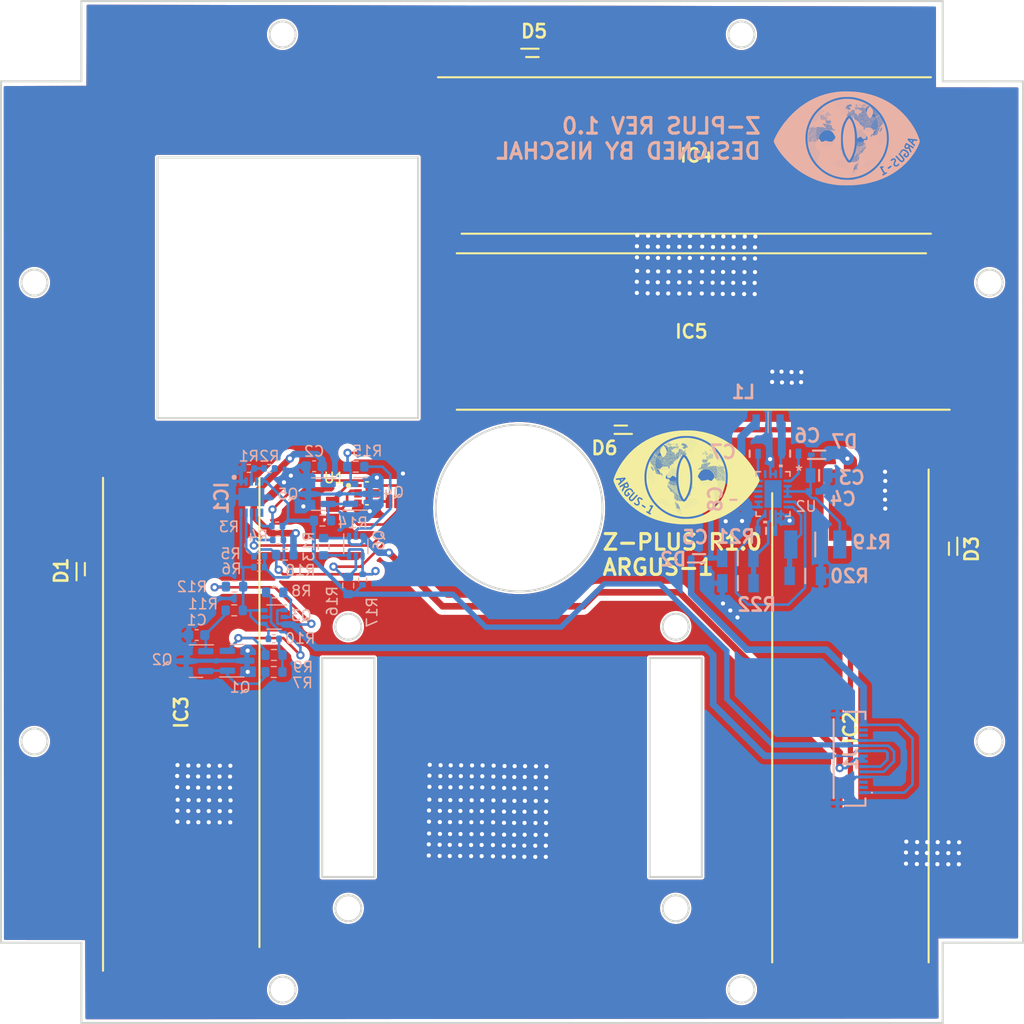
<source format=kicad_pcb>
(kicad_pcb (version 20221018) (generator pcbnew)
  (layers (0 "F.Cu" signal) (1 "In1.Cu" signal) (2 "In2.Cu" signal) (31 "B.Cu" signal) (34 "B.Paste" user) (35 "F.Paste" user) (36 "B.SilkS" user "B.Silkscreen") (37 "F.SilkS" user "F.Silkscreen") (38 "B.Mask" user) (39 "F.Mask" user) (44 "Edge.Cuts" user))
  (net 0 "")
  (net 1 "Net-(Q2-G)")
  (net 2 "GND")
  (net 3 "Net-(Q5-G)")
  (net 4 "Net-(U2-VCC)")
  (net 5 "Net-(U2-SW1)")
  (net 6 "Net-(U2-BST1)")
  (net 7 "Net-(U2-SW2)")
  (net 8 "Net-(U2-BST2)")
  (net 9 "/SOLAR_PANEL_ELECTRONICS/7023_vout")
  (net 10 "Net-(IC2-NEG)")
  (net 11 "VSOLAR")
  (net 12 "Net-(IC1-XORL)")
  (net 13 "+3.3V")
  (net 15 "SCL_4001")
  (net 16 "SDA_4001")
  (net 17 "SDA_SUN")
  (net 18 "SCL_SUN")
  (net 19 "SCL1_b4iso")
  (net 20 "SDA1_b4iso")
  (net 21 "Net-(JP1-C)")
  (net 22 "/SUN_SENSOR/+3.3v")
  (net 23 "Net-(Q1-G)")
  (net 24 "Net-(Q1-S)")
  (net 25 "Net-(Q3A-B1)")
  (net 26 "Net-(Q4-G)")
  (net 27 "Net-(Q4-S)")
  (net 28 "Net-(Q6A-B1)")
  (net 29 "/SOLAR_PANEL_ELECTRONICS/MPPC1")
  (net 30 "/SOLAR_PANEL_ELECTRONICS/FB1")
  (net 36 "Net-(IC3-NEG)")
  (net 37 "Net-(IC4-NEG)")
  (net 42 "Net-(U2-PVIN)")
  (net 43 "Net-(U2-VOUT)")
  (footprint "SparkFun-Jumper:SMT-JUMPER_3_NO_NO-SILK" (layer "F.Cu") (at 152.32 81.97 90)
    (fp_text reference "JP2")
    (fp_text value "~")
  )
  (footprint "AA_AUTO_LOADER:SODFL490150X120N" (layer "F.Cu") (at 187.19 48.11)
    (fp_text reference "IC4")
    (fp_text value "SM141K04TFV" hide)
  )
  (footprint "AA_AUTO_LOADER:SODFL490150X120N" (layer "F.Cu") (at 201.97 102.99 -90)
    (fp_text reference "IC2")
    (fp_text value "SM141K04TFV" hide)
  )
  (footprint "AA_AUTO_LOADER:SODFL1608X70N" (layer "F.Cu") (at 128.16 87.78 90)
    (fp_text reference "D1")
    (fp_text value "RB521S30T1G" hide)
  )
  (footprint "AA_AUTO_LOADER:SODFL490150X120N" (layer "F.Cu") (at 137.8 101.52 90)
    (fp_text reference "IC3")
    (fp_text value "SM141K04TFV" hide)
  )
  (footprint "AA_AUTO_LOADER:SODFL1608X70N" (layer "F.Cu") (at 171.47 38.27)
    (fp_text reference "D5")
    (fp_text value "RB521S30T1G" hide)
  )
  (footprint "OPT4001DTST:DTS0008A-MFG" (layer "F.Cu") (at 155.61 80.51)
    (fp_text reference "U1")
    (fp_text value "OPT4001DTST")
  )
  (footprint "AA_AUTO_LOADER:SODFL1608X70N" (layer "F.Cu") (at 179.95 74.41 180)
    (fp_text reference "D6")
    (fp_text value "RB521S30T1G" hide)
  )
  (footprint "SparkFun-Jumper:SMT-JUMPER_3_NO_NO-SILK" (layer "F.Cu") (at 158.54 81.29 180)
    (fp_text reference "JP1")
    (fp_text value "~")
  )
  (footprint "logo:ARGUS_LOGO" (layer "F.Cu") (at 186.05 78.92)
    (fp_text reference "." hide)
    (fp_text value "." hide)
  )
  (footprint "AA_AUTO_LOADER:SODFL1608X70N" (layer "F.Cu") (at 211.82 85.82 -90)
    (fp_text reference "D3")
    (fp_text value "RB521S30T1G" hide)
  )
  (footprint "AA_AUTO_LOADER:SODFL490150X120N" (layer "F.Cu") (at 186.72 64.99 180)
    (fp_text reference "IC5")
    (fp_text value "SM141K04TFV" hide)
  )
  (footprint "AA_AUTO_LOADER:RESC5025X70N" (layer "B.Cu") (at 198.6 85.41)
    (fp_text reference "R19")
    (fp_text value "CHV2010-FX-1005ELF" hide)
  )
  (footprint "Resistor_SMD:R_0603_1608Metric" (layer "B.Cu") (at 147.7375 86.39 180)
    (fp_text reference "R18")
    (fp_text value "100K")
  )
  (footprint "Resistor_SMD:R_0603_1608Metric" (layer "B.Cu") (at 142.8825 91.73)
    (fp_text reference "R11")
    (fp_text value "100K")
  )
  (footprint "AA_AUTO_LOADER:CAPC2012X135N" (layer "B.Cu") (at 198.97 78.79 180)
    (fp_text reference "C3")
    (fp_text value "CL21A476MQYNNNE" hide)
  )
  (footprint "Package_TO_SOT_SMD:SOT-363_SC-70-6" (layer "B.Cu") (at 146.71 92.37 180)
    (fp_text reference "Q3")
    (fp_text value "MBT2222ADW1T1")
  )
  (footprint "AA_AUTO_LOADER:CAPC1005X55N" (layer "B.Cu") (at 198.46 80.33 180)
    (fp_text reference "C4")
    (fp_text value "CL05A105KQ5NNNC" hide)
  )
  (footprint "AA_AUTO_LOADER:CAPC1608X90N" (layer "B.Cu") (at 190.75 81.13 90)
    (fp_text reference "C8")
    (fp_text value "CL10A475KQ8NNNC" hide)
  )
  (footprint "Package_TO_SOT_SMD:SOT-23" (layer "B.Cu") (at 143.155 96.56)
    (fp_text reference "Q1")
    (fp_text value "BSS138")
  )
  (footprint "AA_AUTO_LOADER:RESC3116X65N" (layer "B.Cu") (at 191.18 89.13)
    (fp_text reference "R22")
    (fp_text value "RC1206FR-072ML" hide)
  )
  (footprint "AA_AUTO_LOADER:CAPC1608X90N" (layer "B.Cu") (at 192.31 76.71)
    (fp_text reference "C7")
    (fp_text value "CGA3E2X7R1H223K080AA" hide)
  )
  (footprint "AA_AUTO_LOADER:LQM2HPN1R0MG0L" (layer "B.Cu") (at 194.08 73.69)
    (fp_text reference "L1")
    (fp_text value "LQM2HPN4R7MG0L" hide)
  )
  (footprint "Resistor_SMD:R_0603_1608Metric" (layer "B.Cu") (at 142.9125 89.45)
    (fp_text reference "R12")
    (fp_text value "0")
  )
  (footprint "AA_AUTO_LOADER:RESC3116X65N" (layer "B.Cu") (at 197.64 88.43 180)
    (fp_text reference "R20")
    (fp_text value "RC1206FR-072M49L" hide)
  )
  (footprint "Resistor_SMD:R_0603_1608Metric" (layer "B.Cu") (at 151.4525 85.63 -90)
    (fp_text reference "R13")
    (fp_text value "0")
  )
  (footprint "Resistor_SMD:R_0603_1608Metric" (layer "B.Cu") (at 146.76 90.01)
    (fp_text reference "R8")
    (fp_text value "600")
  )
  (footprint "LTC3130:UDC_20_ADI" (layer "B.Cu") (at 194.55 80.57 180)
    (fp_text reference "U2")
    (fp_text value "LTC3130EUDC-1-PBF")
  )
  (footprint "Resistor_SMD:R_0402_1005Metric" (layer "B.Cu") (at 144.285 78.12 180)
    (fp_text reference "R1")
    (fp_text value "182K")
  )
  (footprint "Resistor_SMD:R_0402_1005Metric" (layer "B.Cu") (at 155.1925 88.78 -90)
    (fp_text reference "R17")
    (fp_text value "10K")
  )
  (footprint "logo:ARGUS_LOGO" (layer "B.Cu") (at 201.821908 46.412386 180)
    (fp_text reference "." hide)
    (fp_text value "." hide)
  )
  (footprint "Resistor_SMD:R_0402_1005Metric" (layer "B.Cu") (at 146.67 94.46)
    (fp_text reference "R10")
    (fp_text value "10K")
  )
  (footprint "Resistor_SMD:R_0603_1608Metric" (layer "B.Cu") (at 146.675 97.64)
    (fp_text reference "R7")
    (fp_text value "10K")
  )
  (footprint "AA_AUTO_LOADER:SODFL1608X70N" (layer "B.Cu") (at 187.45 86.74)
    (fp_text reference "D2")
    (fp_text value "RB521S30T1G" hide)
  )
  (footprint "AA_AUTO_LOADER:CAPC1608X90N" (layer "B.Cu") (at 193.88 84.11 180)
    (fp_text reference "C5")
    (fp_text value "CL10A475KQ8NNNC" hide)
  )
  (footprint "Package_TO_SOT_SMD:SOT-23" (layer "B.Cu") (at 154.9825 80.56)
    (fp_text reference "Q4")
    (fp_text value "BSS138")
  )
  (footprint "Resistor_SMD:R_0603_1608Metric" (layer "B.Cu") (at 146.69 96.01 180)
    (fp_text reference "R9")
    (fp_text value "10K")
  )
  (footprint "Capacitor_SMD:C_0603_1608Metric" (layer "B.Cu") (at 139.285 94.1 180)
    (fp_text reference "C1")
    (fp_text value "10nF")
  )
  (footprint "Resistor_SMD:R_0603_1608Metric" (layer "B.Cu") (at 154.5325 77.95 180)
    (fp_text reference "R15")
    (fp_text value "600")
  )
  (footprint "Package_TO_SOT_SMD:SOT-23" (layer "B.Cu") (at 139.215 96.6 180)
    (fp_text reference "Q2")
    (fp_text value "BSS138")
  )
  (footprint "AA_AUTO_LOADER:SODFL1608X70N" (layer "B.Cu") (at 198.97 76.81)
    (fp_text reference "D7")
    (fp_text value "RB521S30T1G" hide)
  )
  (footprint "Resistor_SMD:R_0402_1005Metric" (layer "B.Cu") (at 146.245 78.12 180)
    (fp_text reference "R2")
    (fp_text value "976k")
  )
  (footprint "Package_TO_SOT_SMD:SOT-23" (layer "B.Cu") (at 150.945 80.58 180)
    (fp_text reference "Q5")
    (fp_text value "BSS138")
  )
  (footprint "AA_AUTO_LOADER:F3311A7H121014E200" (layer "B.Cu") (at 201.885 105.96 90)
    (fp_text reference "J1")
    (fp_text value "F3311A7H121014E200" hide)
  )
  (footprint "Resistor_SMD:R_0402_1005Metric" (layer "B.Cu") (at 146.9975 83.65)
    (fp_text reference "R3")
    (fp_text value "10K")
  )
  (footprint "Package_TO_SOT_SMD:SOT-363_SC-70-6" (layer "B.Cu") (at 154.5425 85.59 -90)
    (fp_text reference "Q6")
    (fp_text value "MBT2222ADW1T1")
  )
  (footprint "Capacitor_SMD:C_0603_1608Metric" (layer "B.Cu") (at 150.5425 77.91 180)
    (fp_text reference "C2")
    (fp_text value "10nF")
  )
  (footprint "Resistor_SMD:R_0603_1608Metric" (layer "B.Cu") (at 151.3425 83.12 180)
    (fp_text reference "R14")
    (fp_text value "10K")
  )
  (footprint "Resistor_SMD:R_0402_1005Metric" (layer "B.Cu") (at 145.2775 86.54)
    (fp_text reference "R5")
    (fp_text value "10K")
  )
  (footprint "Resistor_SMD:R_0402_1005Metric" (layer "B.Cu") (at 147.0875 84.98)
    (fp_text reference "R4")
    (fp_text value "10K")
  )
  (footprint "Resistor_SMD:R_0603_1608Metric" (layer "B.Cu") (at 153.8125 89.35 90)
    (fp_text reference "R16")
    (fp_text value "10K")
  )
  (footprint "AA_AUTO_LOADER:RESC3116X65N" (layer "B.Cu") (at 191.17 86.71 180)
    (fp_text reference "R21")
    (fp_text value "RV1206JR-0722ML" hide)
  )
  (footprint "AA_AUTO_LOADER:SON50P300X300X85-11N-D" (layer "B.Cu") (at 144.525 80.87 -90)
    (fp_text reference "IC1")
    (fp_text value "LTC4316IDD#PBF" hide)
  )
  (footprint "Resistor_SMD:R_0402_1005Metric" (layer "B.Cu") (at 145.2675 87.59)
    (fp_text reference "R6")
    (fp_text value "10K")
  )
  (footprint "AA_AUTO_LOADER:CAPC1608X90N" (layer "B.Cu") (at 196.19 76.7)
    (fp_text reference "C6")
    (fp_text value "CGA3E2X7R1H223K080AA" hide)
  )
  (gr_line (start 160.52 73.3) (end 135.52 73.3) (stroke (width 0.2)) (layer "Edge.Cuts"))
  (gr_line (start 156.32 96.3) (end 156.32 117.3) (stroke (width 0.2)) (layer "Edge.Cuts"))
  (gr_line (start 156.32 117.3) (end 151.32 117.3) (stroke (width 0.2)) (layer "Edge.Cuts"))
  (gr_line (start 218.52 41) (end 210.82 41) (stroke (width 0.2)) (layer "Edge.Cuts"))
  (gr_circle (center 185.22 93.3) (end 186.47 93.3) (stroke (width 0.2)) (fill none) (layer "Edge.Cuts"))
  (gr_line (start 187.72 117.3) (end 182.72 117.3) (stroke (width 0.2)) (layer "Edge.Cuts"))
  (gr_line (start 210.82 131.3) (end 210.82 123.6) (stroke (width 0.2)) (layer "Edge.Cuts"))
  (gr_circle (center 153.82 120.3) (end 155.07 120.3) (stroke (width 0.2)) (fill none) (layer "Edge.Cuts"))
  (gr_line (start 135.52 73.3) (end 135.52 48.3) (stroke (width 0.2)) (layer "Edge.Cuts"))
  (gr_line (start 128.22 123.6) (end 128.22 131.3) (stroke (width 0.2)) (layer "Edge.Cuts"))
  (gr_circle (center 147.519999 36.499999) (end 148.769999 36.499999) (stroke (width 0.2)) (fill none) (layer "Edge.Cuts"))
  (gr_line (start 182.72 117.3) (end 182.72 96.3) (stroke (width 0.2)) (layer "Edge.Cuts"))
  (gr_circle (center 185.22 120.3) (end 186.47 120.3) (stroke (width 0.2)) (fill none) (layer "Edge.Cuts"))
  (gr_line (start 128.22 41) (end 120.52 41) (stroke (width 0.2)) (layer "Edge.Cuts"))
  (gr_circle (center 170.203061 81.91986) (end 178.203061 81.91986) (stroke (width 0.2)) (fill none) (layer "Edge.Cuts"))
  (gr_circle (center 191.520001 36.499999) (end 192.770001 36.499999) (stroke (width 0.2)) (fill none) (layer "Edge.Cuts"))
  (gr_line (start 182.72 96.3) (end 187.72 96.3) (stroke (width 0.2)) (layer "Edge.Cuts"))
  (gr_circle (center 123.719999 104.300001) (end 124.969999 104.300001) (stroke (width 0.2)) (fill none) (layer "Edge.Cuts"))
  (gr_line (start 128.22 131.3) (end 210.82 131.3) (stroke (width 0.2)) (layer "Edge.Cuts"))
  (gr_line (start 218.52 123.6) (end 218.52 41) (stroke (width 0.2)) (layer "Edge.Cuts"))
  (gr_line (start 187.72 96.3) (end 187.72 117.3) (stroke (width 0.2)) (layer "Edge.Cuts"))
  (gr_line (start 210.82 41) (end 210.82 33.3) (stroke (width 0.2)) (layer "Edge.Cuts"))
  (gr_line (start 210.82 33.3) (end 128.22 33.3) (stroke (width 0.2)) (layer "Edge.Cuts"))
  (gr_circle (center 215.320001 104.300001) (end 216.570001 104.300001) (stroke (width 0.2)) (fill none) (layer "Edge.Cuts"))
  (gr_line (start 151.32 96.3) (end 156.32 96.3) (stroke (width 0.2)) (layer "Edge.Cuts"))
  (gr_circle (center 147.519999 128.100001) (end 148.769999 128.100001) (stroke (width 0.2)) (fill none) (layer "Edge.Cuts"))
  (gr_line (start 128.22 33.3) (end 128.22 41) (stroke (width 0.2)) (layer "Edge.Cuts"))
  (gr_line (start 151.32 117.3) (end 151.32 96.3) (stroke (width 0.2)) (layer "Edge.Cuts"))
  (gr_line (start 135.52 48.3) (end 160.52 48.3) (stroke (width 0.2)) (layer "Edge.Cuts"))
  (gr_line (start 120.52 41) (end 120.52 123.6) (stroke (width 0.2)) (layer "Edge.Cuts"))
  (gr_circle (center 153.82 93.3) (end 155.07 93.3) (stroke (width 0.2)) (fill none) (layer "Edge.Cuts"))
  (gr_circle (center 191.520001 128.100001) (end 192.770001 128.100001) (stroke (width 0.2)) (fill none) (layer "Edge.Cuts"))
  (gr_line (start 120.52 123.6) (end 128.22 123.6) (stroke (width 0.2)) (layer "Edge.Cuts"))
  (gr_line (start 210.82 123.6) (end 218.52 123.6) (stroke (width 0.2)) (layer "Edge.Cuts"))
  (gr_circle (center 215.320001 60.299999) (end 216.570001 60.299999) (stroke (width 0.2)) (fill none) (layer "Edge.Cuts"))
  (gr_circle (center 123.719999 60.299999) (end 124.969999 60.299999) (stroke (width 0.2)) (fill none) (layer "Edge.Cuts"))
  (gr_line (start 160.52 48.3) (end 160.52 73.3) (stroke (width 0.2)) (layer "Edge.Cuts"))
  (gr_text "Z-PLUS REV 1.0\nDESIGNED BY NISCHAL\n" (at 193.53 48.58) (layer "B.SilkS") (effects (font (size 1.5 1.5) (thickness 0.3) bold) (justify left bottom mirror)))
  (gr_text "Z-PLUS R1.0 \nARGUS-1" (at 178.05 88.48) (layer "F.SilkS") (effects (font (size 1.5 1.5) (thickness 0.3) bold) (justify left bottom)))
  (segment (start 142.0575 92.1025) (end 140.06 94.1) (width 0.25) (layer "B.Cu") (net 1))
  (segment (start 142.0575 91.73) (end 142.0575 92.1025) (width 0.25) (layer "B.Cu") (net 1))
  (segment (start 140.1525 95.65) (end 140.1525 94.1925) (width 0.25) (layer "B.Cu") (net 1))
  (segment (start 140.1525 94.1925) (end 140.06 94.1) (width 0.25) (layer "B.Cu") (net 1))
  (segment (start 150.23 83.57) (end 149.51 82.85) (width 0.25) (layer "F.Cu") (net 2))
  (segment (start 152.32 82.7828) (end 150.5328 82.7828) (width 0.25) (layer "F.Cu") (net 2))
  (segment (start 189.75 83.45) (end 189.75 91.07) (width 0.381) (layer "F.Cu") (net 2))
  (segment (start 190.45 91.74) (end 190.45 84.96) (width 0.381) (layer "F.Cu") (net 2))
  (segment (start 191.14 92.41) (end 191.14 86.87) (width 0.381) (layer "F.Cu") (net 2))
  (segment (start 190.01 83.19) (end 189.75 83.45) (width 0.381) (layer "F.Cu") (net 2))
  (segment (start 152.32 83.57) (end 150.23 83.57) (width 0.25) (layer "F.Cu") (net 2))
  (segment (start 155.88 82.22) (end 155.709998 82.22) (width 0.25) (layer "F.Cu") (net 2))
  (segment (start 191.14 86.87) (end 193.42 84.59) (width 0.381) (layer "F.Cu") (net 2))
  (segment (start 195.73 84.59) (end 196.14 84.18) (width 0.381) (layer "F.Cu") (net 2))
  (segment (start 152.32 83.57) (end 152.23 83.66) (width 0.25) (layer "F.Cu") (net 2))
  (segment (start 150.5328 82.7828) (end 149.51 81.76) (width 0.25) (layer "F.Cu") (net 2))
  (segment (start 149.51 82.85) (end 149.51 81.76) (width 0.25) (layer "F.Cu") (net 2))
  (segment (start 152.32 82.7828) (end 152.32 83.57) (width 0.25) (layer "F.Cu") (net 2))
  (segment (start 179.2 68.97) (end 175.22 64.99) (width 0.508) (layer "F.Cu") (net 2))
  (segment (start 195.6 83.66) (end 196.14 83.12) (width 0.381) (layer "F.Cu") (net 2))
  (segment (start 179.2 74.41) (end 179.2 68.97) (width 0.508) (layer "F.Cu") (net 2))
  (segment (start 175.22 64.99) (end 165.37 64.99) (width 0.508) (layer "F.Cu") (net 2))
  (segment (start 193.42 84.59) (end 195.73 84.59) (width 0.381) (layer "F.Cu") (net 2))
  (segment (start 190.01 83.78) (end 190.82 84.59) (width 0.381) (layer "F.Cu") (net 2))
  (segment (start 196.14 84.18) (end 196.14 83.12) (width 0.381) (layer "F.Cu") (net 2))
  (segment (start 192.08 83.66) (end 195.6 83.66) (width 0.381) (layer "F.Cu") (net 2))
  (segment (start 155.709998 82.22) (end 154.749999 81.260001) (width 0.25) (layer "F.Cu") (net 2))
  (segment (start 190.01 83.19) (end 190.01 83.78) (width 0.381) (layer "F.Cu") (net 2))
  (segment (start 190.82 84.59) (end 193.42 84.59) (width 0.381) (layer "F.Cu") (net 2))
  (segment (start 191.58 83.16) (end 192.08 83.66) (width 0.381) (layer "F.Cu") (net 2))
  (segment (start 190.45 84.96) (end 190.82 84.59) (width 0.381) (layer "F.Cu") (net 2))
  (via (at 188.76 60.31) (size 0.8) (drill 0.4) (layers "F.Cu" "B.Cu") (net 2))
  (via (at 168.8 106.66) (size 0.8) (drill 0.4) (layers "F.Cu" "B.Cu") (net 2))
  (via (at 190.01 83.19) (size 0.8) (drill 0.4) (layers "F.Cu" "B.Cu") (net 2))
  (via (at 209.31 115) (size 0.8) (drill 0.4) (layers "F.Cu" "B.Cu") (net 2))
  (via (at 164.55 114.22) (size 0.8) (drill 0.4) (layers "F.Cu" "B.Cu") (net 2))
  (via (at 185.56 57.94) (size 0.8) (drill 0.4) (layers "F.Cu" "B.Cu") (net 2))
  (via (at 161.6 108.65) (size 0.8) (drill 0.4) (layers "F.Cu" "B.Cu") (net 2))
  (via (at 165.66 108.71) (size 0.8) (drill 0.4) (layers "F.Cu" "B.Cu") (net 2))
  (via (at 163.64 106.59) (size 0.8) (drill 0.4) (layers "F.Cu" "B.Cu") (net 2))
  (via (at 164.61 108.7) (size 0.8) (drill 0.4) (layers "F.Cu" "B.Cu") (net 2))
  (via (at 161.54 115.24) (size 0.8) (drill 0.4) (layers "F.Cu" "B.Cu") (net 2))
  (via (at 187.78 55.82) (size 0.8) (drill 0.4) (layers "F.Cu" "B.Cu") (net 2))
  (via (at 142.5 110.99) (size 0.8) (drill 0.4) (layers "F.Cu" "B.Cu") (net 2))
  (via (at 171.82 106.68) (size 0.8) (drill 0.4) (layers "F.Cu" "B.Cu") (net 2))
  (via (at 137.41 107.61) (size 0.8) (drill 0.4) (layers "F.Cu" "B.Cu") (net 2))
  (via (at 170.7 114.29) (size 0.8) (drill 0.4) (layers "F.Cu" "B.Cu") (net 2))
  (via (at 171.75 115.37) (size 0.8) (drill 0.4) (layers "F.Cu" "B.Cu") (net 2))
  (via (at 169.7 115.36) (size 0.8) (drill 0.4) (layers "F.Cu" "B.Cu") (net 2))
  (via (at 165.66 107.64) (size 0.8) (drill 0.4) (layers "F.Cu" "B.Cu") (net 2))
  (via (at 168.78 109.99) (size 0.8) (drill 0.4) (layers "F.Cu" "B.Cu") (net 2))
  (via (at 138.45 107.65) (size 0.8) (drill 0.4) (layers "F.Cu" "B.Cu") (net 2))
  (via (at 167.72 113.2) (size 0.8) (drill 0.4) (layers "F.Cu" "B.Cu") (net 2))
  (via (at 187.75 59.23) (size 0.8) (drill 0.4) (layers "F.Cu" "B.Cu") (net 2))
  (via (at 210.34 113.96) (size 0.8) (drill 0.4) (layers "F.Cu" "B.Cu") (net 2))
  (via (at 169.73 113.25) (size 0.8) (drill 0.4) (layers "F.Cu" "B.Cu") (net 2))
  (via (at 162.58 114.21) (size 0.8) (drill 0.4) (layers "F.Cu" "B.Cu") (net 2))
  (via (at 208.34 114.99) (size 0.8) (drill 0.4) (layers "F.Cu" "B.Cu") (net 2))
  (via (at 184.51 56.86) (size 0.8) (drill 0.4) (layers "F.Cu" "B.Cu") (net 2))
  (via (at 210.31 116.07) (size 0.8) (drill 0.4) (layers "F.Cu" "B.Cu") (net 2))
  (via (at 165.63 113.19) (size 0.8) (drill 0.4) (layers "F.Cu" "B.Cu") (net 2))
  (via (at 169.75 110) (size 0.8) (drill 0.4) (layers "F.Cu" "B.Cu") (net 2))
  (via (at 207.3 114.95) (size 0.8) (drill 0.4) (layers "F.Cu" "B.Cu") (net 2))
  (via (at 187.75 57.93) (size 0.8) (drill 0.4) (layers "F.Cu" "B.Cu") (net 2))
  (via (at 165.6 114.23) (size 0.8) (drill 0.4) (layers "F.Cu" "B.Cu") (net 2))
  (via (at 167.71 112.06) (size 0.8) (drill 0.4) (layers "F.Cu" "B.Cu") (net 2))
  (via (at 141.49 112.06) (size 0.8) (drill 0.4) (layers "F.Cu" "B.Cu") (net 2))
  (via (at 188.76 61.38) (size 0.8) (drill 0.4) (layers "F.Cu" "B.Cu") (net 2))
  (via (at 185.56 56.87) (size 0.8) (drill 0.4) (layers "F.Cu" "B.Cu") (net 2))
  (via (at 171.8 110.01) (size 0.8) (drill 0.4) (layers "F.Cu" "B.Cu") (net 2))
  (via (at 166.67 108.71) (size 0.8) (drill 0.4) (layers "F.Cu" "B.Cu") (net 2))
  (via (at 185.55 61.35) (size 0.8) (drill 0.4) (layers "F.Cu" "B.Cu") (net 2))
  (via (at 190.79 55.87) (size 0.8) (drill 0.4) (layers "F.Cu" "B.Cu") (net 2))
  (via (at 183.51 57.93) (size 0.8) (drill 0.4) (layers "F.Cu" "B.Cu") (net 2))
  (via (at 169.72 112.11) (size 0.8) (drill 0.4) (layers "F.Cu" "B.Cu") (net 2))
  (via (at 162.63 109.92) (size 0.8) (drill 0.4) (layers "F.Cu" "B.Cu") (net 2))
  (via (at 189.76 59.28) (size 0.8) (drill 0.4) (layers "F.Cu" "B.Cu") (net 2))
  (via (at 164.64 106.59) (size 0.8) (drill 0.4) (layers "F.Cu" "B.Cu") (net 2))
  (via (at 191.78 60.33) (size 0.8) (drill 0.4) (layers "F.Cu" "B.Cu") (net 2))
  (via (at 139.47 109.94) (size 0.8) (drill 0.4) (layers "F.Cu" "B.Cu") (net 2))
  (via (at 182.54 56.85) (size 0.8) (drill 0.4) (layers "F.Cu" "B.Cu") (net 2))
  (via (at 144.18 97.63) (size 0.8) (drill 0.4) (layers "F.Cu" "B.Cu") (net 2))
  (via (at 169.72 111.04) (size 0.8) (drill 0.4) (layers "F.Cu" "B.Cu") (net 2))
  (via (at 183.54 55.82) (size 0.8) (drill 0.4) (layers "F.Cu" "B.Cu") (net 2))
  (via (at 194.48 68.84) (size 0.8) (drill 0.4) (layers "F.Cu" "B.Cu") (net 2))
  (via (at 190.73 61.39) (size 0.8) (drill 0.4) (layers "F.Cu" "B.Cu") (net 2))
  (via (at 205.29 80.26) (size 0.8) (drill 0.4) (layers "F.Cu" "B.Cu") (net 2))
  (via (at 212.37 116.08) (size 0.8) (drill 0.4) (layers "F.Cu" "B.Cu") (net 2))
  (via (at 166.63 110.98) (size 0.8) (drill 0.4) (layers "F.Cu" "B.Cu") (net 2))
  (via (at 187.75 56.86) (size 0.8) (drill 0.4) (layers "F.Cu" "B.Cu") (net 2))
  (via (at 141.47 108.74) (size 0.8) (drill 0.4) (layers "F.Cu" "B.Cu") (net 2))
  (via (at 186.56 60.28) (size 0.8) (drill 0.4) (layers "F.Cu" "B.Cu") (net 2))
  (via (at 163.61 108.7) (size 0.8) (drill 0.4) (layers "F.Cu" "B.Cu") (net 2))
  (via (at 181.52 59.18) (size 0.8) (drill 0.4) (layers "F.Cu" "B.Cu") (net 2))
  (via (at 138.5 109.93) (size 0.8) (drill 0.4) (layers "F.Cu" "B.Cu") (net 2))
  (via (at 189.76 56.91) (size 0.8) (drill 0.4) (layers "F.Cu" "B.Cu") (net 2))
  (via (at 194.46 69.83) (size 0.8) (drill 0.4) (layers "F.Cu" "B.Cu") (net 2))
  (via (at 156.56 79) (size 0.8) (drill 0.4) (layers "F.Cu" "B.Cu") (net 2))
  (via (at 139.42 107.66) (size 0.8) (drill 0.4) (layers "F.Cu" "B.Cu") (net 2))
  (via (at 165.62 110.98) (size 0.8) (drill 0.4) (layers "F.Cu" "B.Cu") (net 2))
  (via (at 207.33 113.91) (size 0.8) (drill 0.4) (layers "F.Cu" "B.Cu") (net 2))
  (via (at 191.58 83.16) (size 0.8) (drill 0.4) (layers "F.Cu" "B.Cu") (net 2))
  (via (at 188.79 59.27) (size 0.8) (drill 0.4) (layers "F.Cu" "B.Cu") (net 2))
  (via (at 196.14 83.12) (size 0.8) (drill 0.4) (layers "F.Cu" "B.Cu") (net 2))
  (via (at 172.78 111.05) (size 0.8) (drill 0.4) (layers "F.Cu" "B.Cu") (net 2))
  (via (at 138.47 112.04) (size 0.8) (drill 0.4) (layers "F.Cu" "B.Cu") (net 2))
  (via (at 183.53 59.23) (size 0.8) (drill 0.4) (layers "F.Cu" "B.Cu") (net 2))
  (via (at 161.56 110.92) (size 0.8) (drill 0.4) (layers "F.Cu" "B.Cu") (net 2))
  (via (at 142.48 107.67) (size 0.8) (drill 0.4) (layers "F.Cu" "B.Cu") (net 2))
  (via (at 172.78 112.12) (size 0.8) (drill 0.4) (layers "F.Cu" "B.Cu") (net 2))
  (via (at 168.76 113.24) (size 0.8) (drill 0.4) (layers "F.Cu" "B.Cu") (net 2))
  (via (at 172.83 106.68) (size 0.8) (drill 0.4) (layers "F.Cu" "B.Cu") (net 2))
  (via (at 165.6 115.3) (size 0.8) (drill 0.4) (layers "F.Cu" "B.Cu") (net 2))
  (via (at 166.63 112.05) (size 0.8) (drill 0.4) (layers "F.Cu" "B.Cu") (net 2))
  (via (at 164.55 115.29) (size 0.8) (drill 0.4) (layers "F.Cu" "B.Cu") (net 2))
  (via (at 211.39 113.97) (size 0.8) (drill 0.4) (layers "F.Cu" "B.Cu") (net 2))
  (via (at 148.31 78.81) (size 0.8) (drill 0.4) (layers "F.Cu" "B.Cu") (net 2))
  (via (at 170.74 107.71) (size 0.8) (drill 0.4) (layers "F.Cu" "B.Cu") (net 2))
  (via (at 210.31 115) (size 0.8) (drill 0.4) (layers "F.Cu" "B.Cu") (net 2))
  (via (at 161.57 113.13) (size 0.8) (drill 0.4) (layers "F.Cu" "B.Cu") (net 2))
  (via (at 137.43 112) (size 0.8) (drill 0.4) (layers "F.Cu" "B.Cu") (net 2))
  (via (at 212.4 113.97) (size 0.8) (drill 0.4) (layers "F.Cu" "B.Cu") (net 2))
  (via (at 188.79 57.97) (size 0.8) (drill 0.4) (layers "F.Cu" "B.Cu") (net 2))
  (via (at 192.79 61.4) (size 0.8) (drill 0.4) (layers "F.Cu" "B.Cu") (net 2))
  (via (at 167.73 107.66) (size 0.8) (drill 0.4) (layers "F.Cu" "B.Cu") (net 2))
  (via (at 141.47 107.67) (size 0.8) (drill 0.4) (layers "F.Cu" "B.Cu") (net 2))
  (via (at 184.5 60.27) (size 0.8) (drill 0.4) (layers "F.Cu" "B.Cu") (net 2))
  (via (at 184.51 57.93) (size 0.8) (drill 0.4) (layers "F.Cu" "B.Cu") (net 2))
  (via (at 190.73 60.32) (size 0.8) (drill 0.4) (layers "F.Cu" "B.Cu") (net 2))
  (via (at 191.14 92.41) (size 0.8) (drill 0.4) (layers "F.Cu" "B.Cu") (net 2))
  (via (at 140.42 108.73) (size 0.8) (drill 0.4) (layers "F.Cu" "B.Cu") (net 2))
  (via (at 138.48 106.61) (size 0.8) (drill 0.4) (layers "F.Cu" "B.Cu") (net 2))
  (via (at 183.5 60.27) (size 0.8) (drill 0.4) (layers "F.Cu" "B.Cu") (net 2))
  (via (at 191.78 61.4) (size 0.8) (drill 0.4) (layers "F.Cu" "B.Cu") (net 2))
  (via (at 182.53 61.33) (size 0.8) (drill 0.4) (layers "F.Cu" "B.Cu") (net 2))
  (via (at 181.49 61.29) (size 0.8) (drill 0.4) (layers "F.Cu" "B.Cu") (net 2))
  (via (at 205.29 81.11) (size 0.8) (drill 0.4) (layers "F.Cu" "B.Cu") (net 2))
  (via (at 196.35 69.9) (size 0.8) (drill 0.4) (layers "F.Cu" "B.Cu") (net 2))
  (via (at 185.59 55.83) (size 0.8) (drill 0.4) (layers "F.Cu" "B.Cu") (net 2))
  (via (at 170.7 115.36) (size 0.8) (drill 0.4) (layers "F.Cu" "B.Cu") (net 2))
  (via (at 163.6 109.93) (size 0.8) (drill 0.4) (layers "F.Cu" "B.Cu") (net 2))
  (via (at 139.44 110.98) (size 0.8) (drill 0.4) (layers "F.Cu" "B.Cu") (net 2))
  (via (at 172.76 114.3) (size 0.8) (drill 0.4) (layers "F.Cu" "B.Cu") (net 2))
  (via (at 165.62 112.05) (size 0.8) (drill 0.4) (layers "F.Cu" "B.Cu") (net 2))
  (via (at 194.27 77.23) (size 0.8) (drill 0.4) (layers "F.Cu" "B.Cu") (net 2))
  (via (at 164.57 110.97) (size 0.8) (drill 0.4) (layers "F.Cu" "B.Cu") (net 2))
  (via (at 205.31 81.97) (size 0.8) (drill 0.4) (layers "F.Cu" "B.Cu") (net 2))
  (via (at 170.72 111.04) (size 0.8) (drill 0.4) (layers "F.Cu" "B.Cu") (net 2))
  (via (at 182.54 57.92) (size 0.8) (drill 0.4) (layers "F.Cu" "B.Cu") (net 2))
  (via (at 172.8 108.79) (size 0.8) (drill 0.4) (layers "F.Cu" "B.Cu") (net 2))
  (via (at 181.5 57.88) (size 0.8) (drill 0.4) (layers "F.Cu" "B.Cu") (net 2))
  (via (at 187.72 60.27) (size 0.8) (drill 0.4) (layers "F.Cu" "B.Cu") (net 2))
  (via (at 192.82 59.29) (size 0.8) (drill 0.4) (layers "F.Cu" "B.Cu") (net 2))
  (via (at 209.34 113.96) (size 0.8) (drill 0.4) (layers "F.Cu" "B.Cu") (net 2))
  (via (at 142.53 109.95) (size 0.8) (drill 0.4) (layers "F.Cu" "B.Cu") (net 2))
  (via (at 162.61 113.17) (size 0.8) (drill 0.4) (layers "F.Cu" "B.Cu") (net 2))
  (via (at 208.37 113.95) (size 0.8) (drill 0.4) (layers "F.Cu" "B.Cu") (net 2))
  (via (at 162.64 108.69) (size 0.8) (drill 0.4) (layers "F.Cu" "B.Cu") (net 2))
  (via (at 163.61 107.63) (size 0.8) (drill 0.4) (layers "F.Cu" "B.Cu") (net 2))
  (via (at 140.44 112.05) (size 0.8) (drill 0.4) (layers "F.Cu" "B.Cu") (net 2))
  (via (at 172.76 115.37) (size 0.8) (drill 0.4) (layers "F.Cu" "B.Cu") (net 2))
  (via (at 205.29 78.44) (size 0.8) (drill 0.4) (layers "F.Cu" "B.Cu") (net 2))
  (via (at 181.53 55.77) (size 0.8) (drill 0.4) (layers "F.Cu" "B.Cu") (net 2))
  (via (at 137.44 106.57) (size 0.8) (drill 0.4) (layers "F.Cu" "B.Cu") (net 2))
  (via (at 186.57 57.94) (size 0.8) (drill 0.4) (layers "F.Cu" "B.Cu") (net 2))
  (via (at 163.57 112.04) (size 0.8) (drill 0.4) (layers "F.Cu" "B.Cu") (net 2))
  (via (at 191.81 56.92) (size 0.8) (drill 0.4) (layers "F.Cu" "B.Cu") (net 2))
  (via (at 188.82 55.86) (size 0.8) (drill 0.4) (layers "F.Cu" "B.Cu") (net 2))
  (via (at 192.82 57.99) (size 0.8) (drill 0.4) (layers "F.Cu" "B.Cu") (net 2))
  (via (at 195.36 68.84) (size 0.8) (drill 0.4) (layers "F.Cu" "B.Cu") (net 2))
  (via (at 172.79 113.26) (size 0.8) (drill 0.4) (layers "F.Cu" "B.Cu") (net 2))
  (via (at 211.36 115.01) (size 0.8) (drill 0.4) (layers "F.Cu" "B.Cu") (net 2))
  (via (at 190.76 56.91) (size 0.8) (drill 0.4) (layers "F.Cu" "B.Cu") (net 2))
  (via (at 138.45 108.72) (size 0.8) (drill 0.4) (layers "F.Cu" "B.Cu") (net 2))
  (via (at 197.24 69.85) (size 0.8) (drill 0.4) (layers "F.Cu" "B.Cu") (net 2))
  (via (at 183.51 56.86) (size 0.8) (drill 0.4) (layers "F.Cu" "B.Cu") (net 2))
  (via (at 139.42 108.73) (size 0.8) (drill 0.4) (layers "F.Cu" "B.Cu") (net 2))
  (via (at 186.56 61.35) (size 0.8) (drill 0.4) (layers "F.Cu" "B.Cu") (net 2))
  (via (at 190.45 91.74) (size 0.8) (drill 0.4) (layers "F.Cu" "B.Cu") (net 2))
  (via (at 167.76 106.62) (size 0.8) (drill 0.4) (layers "F.Cu" "B.Cu") (net 2))
  (via (at 137.46 109.89) (size 0.8) (drill 0.4) (layers "F.Cu" "B.Cu") (net 2))
  (via (at 166.66 109.94) (size 0.8) (drill 0.4) (layers "F.Cu" "B.Cu") (net 2))
  (via (at 138.47 110.97) (size 0.8) (drill 0.4) (layers "F.Cu" "B.Cu") (net 2))
  (via (at 163.55 114.22) (size 0.8) (drill 0.4) (layers "F.Cu" "B.Cu") (net 2))
  (via (at 164.57 112.04) (size 0.8) (drill 0.4) (layers "F.Cu" "B.Cu") (net 2))
  (via (at 170.73 113.25) (size 0.8) (drill 0.4) (layers "F.Cu" "B.Cu") (net 2))
  (via (at 183.5 61.34) (size 0.8) (drill 0.4) (layers "F.Cu" "B.Cu") (net 2))
  (via (at 168.73 114.28) (size 0.8) (drill 0.4) (layers "F.Cu" "B.Cu") (net 2))
  (via (at 208.34 116.06) (size 0.8) (drill 0.4) (layers "F.Cu" "B.Cu") (net 2))
  (via (at 139.45 106.62) (size 0.8) (drill 0.4) (layers "F.Cu" "B.Cu") (net 2))
  (via (at 142.51 106.63) (size 0.8) (drill 0.4) (layers "F.Cu" "B.Cu") (net 2))
  (via (at 184.53 59.23) (size 0.8) (drill 0.4) (layers "F.Cu" "B.Cu") (net 2))
  (via (at 167.69 115.31) (size 0.8) (drill 0.4) (layers "F.Cu" "B.Cu") (net 2))
  (via (at 182.56 59.22) (size 0.8) (drill 0.4) (layers "F.Cu" "B.Cu") (net 2))
  (via (at 161.6 107.58) (size 0.8) (drill 0.4) (layers "F.Cu" "B.Cu") (net 2))
  (via (at 189.79 55.87) (size 0.8) (drill 0.4) (layers "F.Cu" "B.Cu") (net 2))
  (via (at 162.64 107.62) (size 0.8) (drill 0.4) (layers "F.Cu" "B.Cu") (net 2))
  (via (at 168.77 108.77) (size 0.8) (drill 0.4) (layers "F.Cu" "B.Cu") (net 2))
  (via (at 161.59 109.88) (size 0.8) (drill 0.4) (layers "F.Cu" "B.Cu") (net 2))
  (via (at 185.55 60.28) (size 0.8) (drill 0.4) (layers "F.Cu" "B.Cu") (net 2))
  (via (at 166.61 115.3) (size 0.8) (drill 0.4) (layers "F.Cu" "B.Cu") (net 2))
  (via (at 182.57 55.81) (size 0.8) (drill 0.4) (layers "F.Cu" "B.Cu") (net 2))
  (via (at 189.75 91.07) (size 0.8) (drill 0.4) (layers "F.Cu" "B.Cu") (net 2))
  (via (at 168.75 111.03) (size 0.8) (drill 0.4) (layers "F.Cu" "B.Cu") (net 2))
  (via (at 165.69 106.6) (size 0.8) (drill 0.4) (layers "F.Cu" "B.Cu") (net 2))
  (via (at 147.65 79.45) (size 0.8) (drill 0.4) (layers "F.Cu" "B.Cu") (net 2))
  (via (at 186.6 55.83) (size 0.8) (drill 0.4) (layers "F.Cu" "B.Cu") (net 2))
  (via (at 141.52 109.95) (size 0.8) (drill 0.4) (layers "F.Cu" "B.Cu") (net 2))
  (via (at 184.5 61.34) (size 0.8) (drill 0.4) (layers "F.Cu" "B.Cu") (net 2))
  (via (at 142.5 112.06) (size 0.8) (drill 0.4) (layers "F.Cu" "B.Cu") (net 2))
  (via (at 167.73 108.73) (size 0.8) (drill 0.4) (layers "F.Cu" "B.Cu") (net 2))
  (via (at 190.76 57.98) (size 0.8) (drill 0.4) (layers "F.Cu" "B.Cu") (net 2))
  (via (at 182.53 60.26) (size 0.8) (drill 0.4) (layers "F.Cu" "B.Cu") (net 2))
  (via (at 169.74 108.78) (size 0.8) (drill 0.4) (layers "F.Cu" "B.Cu") (net 2))
  (via (at 165.65 109.94) (size 0.8) (drill 0.4) (layers "F.Cu" "B.Cu") (net 2))
  (via (at 188.79 56.9) (size 0.8) (drill 0.4) (layers "F.Cu" "B.Cu") (net 2))
  (via (at 192.82 56.92) (size 0.8) (drill 0.4) (layers "F.Cu" "B.Cu") (net 2))
  (via (at 161.56 111.99) (size 0.8) (drill 0.4) (layers "F.Cu" "B.Cu") (net 2))
  (via (at 162.58 115.28) (size 0.8) (drill 0.4) (layers "F.Cu" "B.Cu") (net 2))
  (via (at 169.77 106.67) (size 0.8) (drill 0.4) (layers "F.Cu" "B.Cu") (net 2))
  (via (at 163.57 110.97) (size 0.8) (drill 0.4) (layers "F.Cu" "B.Cu") (net 2))
  (via (at 171.79 108.79) (size 0.8) (drill 0.4) (layers "F.Cu" "B.Cu") (net 2))
  (via (at 191.81 59.29) (size 0.8) (drill 0.4) (layers "F.Cu" "B.Cu") (net 2))
  (via (at 163.55 115.29) (size 0.8) (drill 0.4) (layers "F.Cu" "B.Cu") (net 2))
  (via (at 162.6 110.96) (size 0.8) (drill 0.4) (layers "F.Cu" "B.Cu") (net 2))
  (via (at 170.72 112.11) (size 0.8) (drill 0.4) (layers "F.Cu" "B.Cu") (net 2))
  (via (at 159.06 78.61) (size 0.8) (drill 0.4) (layers "F.Cu" "B.Cu") (net 2))
  (via (at 167.74 109.95) (size 0.8) (drill 0.4) (layers "F.Cu" "B.Cu") (net 2))
  (via (at 181.49 60.22) (size 0.8) (drill 0.4) (layers "F.Cu" "B.Cu") (net 2))
  (via (at 170.74 108.78) (size 0.8) (drill 0.4) (layers "F.Cu" "B.Cu") (net 2))
  (via (at 185.58 59.24) (size 0.8) (drill 0.4) (layers "F.Cu" "B.Cu") (net 2))
  (via (at 189.73 61.39) (size 0.8) (drill 0.4) (layers "F.Cu" "B.Cu") (net 2))
  (via (at 168.73 115.35) (size 0.8) (drill 0.4) (layers "F.Cu" "B.Cu") (net 2))
  (via (at 140.45 106.62) (size 0.8) (drill 0.4) (layers "F.Cu" "B.Cu") (net 2))
  (via (at 171.78 113.26) (size 0.8) (drill 0.4) (layers "F.Cu" "B.Cu") (net 2))
  (via (at 142.48 108.74) (size 0.8) (drill 0.4) (layers "F.Cu" "B.Cu") (net 2))
  (via (at 164.6 109.93) (size 0.8) (drill 0.4) (layers "F.Cu" "B.Cu") (net 2))
  (via (at 172.8 107.72) (size 0.8) (drill 0.4) (layers "F.Cu" "B.Cu") (net 2))
  (via (at 192.79 60.33) (size 0.8) (drill 0.4) (layers "F.Cu" "B.Cu") (net 2))
  (via (at 155.88 82.22) (size 0.8) (drill 0.4) (layers "F.Cu" "B.Cu") (net 2))
  (via (at 186.57 56.87) (size 0.8) (drill 0.4) (layers "F.Cu" "B.Cu") (net 2))
  (via (at 137.41 108.68) (size 0.8) (drill 0.4) (layers "F.Cu" "B.Cu") (net 2))
  (via (at 191.84 55.88) (size 0.8) (drill 0.4) (layers "F.Cu" "B.Cu") (net 2))
  (via (at 166.67 107.64) (size 0.8) (drill 0.4) (layers "F.Cu" "B.Cu") (net 2))
  (via (at 137.43 110.93) (size 0.8) (drill 0.4) (layers "F.Cu" "B.Cu") (net 2))
  (via (at 181.5 56.81) (size 0.8) (drill 0.4) (layers "F.Cu" "B.Cu") (net 2))
  (via (at 149.51 81.76) (size 0.8) (drill 0.4) (layers "F.Cu" "B.Cu") (net 2))
  (via (at 167.71 110.99) (size 0.8) (drill 0.4) (layers "F.Cu" "B.Cu") (net 2))
  (via (at 167.69 114.24) (size 0.8) (drill 0.4) (layers "F.Cu" "B.Cu") (net 2))
  (via (at 162.67 106.58) (size 0.8) (drill 0.4) (layers "F.Cu" "B.Cu") (net 2))
  (via (at 189.76 57.98) (size 0.8) (drill 0.4) (layers "F.Cu" "B.Cu") (net 2))
  (via (at 162.6 112.03) (size 0.8) (drill 0.4) (layers "F.Cu" "B.Cu") (net 2))
  (via (at 170.77 106.67) (size 0.8) (drill 0.4) (layers "F.Cu" "B.Cu") (net 2))
  (via (at 161.54 114.17) (size 0.8) (drill 0.4) (layers "F.Cu" "B.Cu") (net 2))
  (via (at 205.31 79.32) (size 0.8) (drill 0.4) (layers "F.Cu" "B.Cu") (net 2))
  (via (at 197.26 68.89) (size 0.8) (drill 0.4) (layers "F.Cu" "B.Cu") (net 2))
  (via (at 191.81 57.99) (size 0.8) (drill 0.4) (layers "F.Cu" "B.Cu") (net 2))
  (via (at 144.17 95.59) (size 0.8) (drill 0.4) (layers "F.Cu" "B.Cu") (net 2))
  (via (at 163.58 113.18) (size 0.8) (drill 0.4) (layers "F.Cu" "B.Cu") (net 2))
  (via (at 164.58 113.18) (size 0.8) (drill 0.4) (layers "F.Cu" "B.Cu") (net 2))
  (via (at 161.63 106.54) (size 0.8) (drill 0.4) (layers "F.Cu" "B.Cu") (net 2))
  (via (at 196.32 68.88) (size 0.8) (drill 0.4) (layers "F.Cu" "B.Cu") (net 2))
  (via (at 189.73 60.32) (size 0.8) (drill 0.4) (layers "F.Cu" "B.Cu") (net 2))
  (via (at 171.77 111.05) (size 0.8) (drill 0.4) (layers "F.Cu" "B.Cu") (net 2))
  (via (at 171.75 114.3) (size 0.8) (drill 0.4) (layers "F.Cu" "B.Cu") (net 2))
  (via (at 195.41 69.87) (size 0.8) (drill 0.4) (layers "F.Cu" "B.Cu") (net 2))
  (via (at 166.7 106.6) (size 0.8) (drill 0.4) (layers "F.Cu" "B.Cu") (net 2))
  (via (at 209.31 116.07) (size 0.8) (drill 0.4) (layers "F.Cu" "B.Cu") (net 2))
  (via (at 170.75 110) (size 0.8) (drill 0.4) (layers "F.Cu" "B.Cu") (net 2))
  (via (at 171.79 107.72) (size 0.8) (drill 0.4) (layers "F.Cu" "B.Cu") (net 2))
  (via (at 141.5 106.63) (size 0.8) (drill 0.4) (layers "F.Cu" "B.Cu") (net 2))
  (via (at 184.54 55.82) (size 0.8) (drill 0.4) (layers "F.Cu" "B.Cu") (net 2))
  (via (at 168.77 107.7) (size 0.8) (drill 0.4) (layers "F.Cu" "B.Cu") (net 2))
  (via (at 140.42 107.66) (size 0.8) (drill 0.4) (layers "F.Cu" "B.Cu") (net 2))
  (via (at 211.36 116.08) (size 0.8) (drill 0.4) (layers "F.Cu" "B.Cu") (net 2))
  (via (at 168.75 112.1) (size 0.8) (drill 0.4) (layers "F.Cu" "B.Cu") (net 2))
  (via (at 169.7 114.29) (size 0.8) (drill 0.4) (layers "F.Cu" "B.Cu") (net 2))
  (via (at 190.76 59.28) (size 0.8) (drill 0.4) (layers "F.Cu" "B.Cu") (net 2))
  (via (at 169.74 107.71) (size 0.8) (drill 0.4) (layers "F.Cu" "B.Cu") (net 2))
  (via (at 164.61 107.63) (size 0.8) (drill 0.4) (layers "F.Cu" "B.Cu") (net 2))
  (via (at 140.47 109.94) (size 0.8) (drill 0.4) (layers "F.Cu" "B.Cu") (net 2))
  (via (at 141.49 110.99) (size 0.8) (drill 0.4) (layers "F.Cu" "B.Cu") (net 2))
  (via (at 187.72 61.34) (size 0.8) (drill 0.4) (layers "F.Cu" "B.Cu") (net 2))
  (via (at 166.61 114.23) (size 0.8) (drill 0.4) (layers "F.Cu" "B.Cu") (net 2))
  (via (at 192.85 55.88) (size 0.8) (drill 0.4) (layers "F.Cu" "B.Cu") (net 2))
  (via (at 172.81 110.01) (size 0.8) (drill 0.4) (layers "F.Cu" "B.Cu") (net 2))
  (via (at 140.44 110.98) (size 0.8) (drill 0.4) (layers "F.Cu" "B.Cu") (net 2))
  (via (at 207.3 116.02) (size 0.8) (drill 0.4) (layers "F.Cu" "B.Cu") (net 2))
  (via (at 166.64 113.19) (size 0.8) (drill 0.4) (layers "F.Cu" "B.Cu") (net 2))
  (via (at 212.37 115.01) (size 0.8) (drill 0.4) (layers "F.Cu" "B.Cu") (net 2))
  (via (at 186.59 59.24) (size 0.8) (drill 0.4) (layers "F.Cu" "B.Cu") (net 2))
  (via (at 139.44 112.05) (size 0.8) (drill 0.4) (layers "F.Cu" "B.Cu") (net 2))
  (via (at 171.77 112.12) (size 0.8) (drill 0.4) (layers "F.Cu" "B.Cu") (net 2))
  (segment (start 138.51 94.1) (end 138.51 96.3675) (width 0.25) (layer "B.Cu") (net 2))
  (segment (start 138.51 85.137) (end 138.51 94.1) (width 0.508) (layer "B.Cu") (net 2))
  (segment (start 198.92 80.33) (end 205.22 80.33) (width 0.381) (layer "B.Cu") (net 2))
  (segment (start 207.29 107.01) (end 206.59 107.71) (width 0.25) (layer "B.Cu") (net 2))
  (segment (start 150.0075 80.58) (end 150.0075 78.15) (width 0.254) (layer "B.Cu") (net 2))
  (segment (start 194.8 83.99) (end 194.8 83.2) (width 0.254) (layer "B.Cu") (net 2))
  (segment (start 144.17 95.59) (end 144.17 96.4825) (width 0.381) (layer "B.Cu") (net 2))
  (segment (start 144.18 96.6475) (end 144.0925 96.56) (width 0.381) (layer "B.Cu") (net 2))
  (segment (start 203.23 104.21) (end 203.23 104.2) (width 0.25) (layer "B.Cu") (net 2))
  (segment (start 199.79 78.79) (end 199.79 79.46) (width 0.381) (layer "B.Cu") (net 2))
  (segment (start 144.18 97.63) (end 144.18 96.6475) (width 0.381) (layer "B.Cu") (net 2))
  (segment (start 204.51 80.33) (end 205.29 81.11) (width 0.381) (layer "B.Cu") (net 2))
  (segment (start 200.73 102.53) (end 200.73 101.71) (width 0.25) (layer "B.Cu") (net 2))
  (segment (start 195.300001 82.475) (end 194.8 82.475) (width 0.254) (layer "B.Cu") (net 2))
  (segment (start 189.75 91.07) (end 189.78 91.07) (width 0.381) (layer "B.Cu") (net 2))
  (segment (start 195.300001 82.699999) (end 194.8 83.2) (width 0.254) (layer "B.Cu") (net 2))
  (segment (start 203.23 104.2) (end 203.215 104.185) (width 0.25) (layer "B.Cu") (net 2))
  (segment (start 207.29 105.17) (end 207.29 107.01) (width 0.25) (layer "B.Cu") (net 2))
  (segment (start 138.51 96.3675) (end 138.2775 96.6) (width 0.25) (layer "B.Cu") (net 2))
  (segment (start 195.495 82.475) (end 196.14 83.12) (width 0.254) (layer "B.Cu") (net 2))
  (segment (start 194.3 69.99) (end 194.46 69.83) (width 0.25) (layer "B.Cu") (net 2))
  (segment (start 199.79 79.46) (end 198.92 80.33) (width 0.381) (layer "B.Cu") (net 2))
  (segment (start 189.78 91.07) (end 190.45 91.74) (width 0.381) (layer "B.Cu") (net 2))
  (segment (start 150.0075 80.58) (end 149.7175 80.87) (width 0.254) (layer "B.Cu") (net 2))
  (segment (start 143.525 79.37) (end 143.525 78.37) (width 0.381) (layer "B.Cu") (net 2))
  (segment (start 194.3 77.2) (end 194.3 69.99) (width 0.25) (layer "B.Cu") (net 2))
  (segment (start 195.300001 82.475) (end 195.300001 82.699999) (width 0.254) (layer "B.Cu") (net 2))
  (segment (start 198.92 80.33) (end 204.51 80.33) (width 0.381) (layer "B.Cu") (net 2))
  (segment (start 206.59 107.71) (end 203.23 107.71) (width 0.25) (layer "B.Cu") (net 2))
  (segment (start 143.525 79.37) (end 143.9845 79.37) (width 0.381) (layer "B.Cu") (net 2))
  (segment (start 194.27 77.23) (end 194.3 77.2) (width 0.25) (layer "B.Cu") (net 2))
  (segment (start 190.01 83.19) (end 190.01 82.67) (width 0.381) (layer "B.Cu") (net 2))
  (segment (start 203.23 104.21) (end 206.33 104.21) (width 0.25) (layer "B.Cu") (net 2))
  (segment (start 142.777 80.87) (end 138.51 85.137) (width 0.508) (layer "B.Cu") (net 2))
  (segment (start 195.300001 82.475) (end 195.495 82.475) (width 0.254) (layer "B.Cu") (net 2))
  (segment (start 193.153 81.82) (end 190.86 81.82) (width 0.254) (layer "B.Cu") (net 2))
  (segment (start 193.153 81.82) (end 193.153 81.320001) (width 0.254) (layer "B.Cu") (net 2))
  (segment (start 194.8 83.2) (end 194.8 82.475) (width 0.254) (layer "B.Cu") (net 2))
  (segment (start 194.3 78.665) (end 194.3 77.26) (width 0.25) (layer "B.Cu") (net 2))
  (segment (start 199.79 78.79) (end 204.78 78.79) (width 0.381) (layer "B.Cu") (net 2))
  (segment (start 144.17 96.4825) (end 144.0925 96.56) (width 0.381) (layer "B.Cu") (net 2))
  (segment (start 189.75 89.2) (end 189.68 89.13) (width 0.381) (layer "B.Cu") (net 2))
  (segment (start 143.525 78.37) (end 143.775 78.12) (width 0.381) (layer "B.Cu") (net 2))
  (segment (start 150.0275 80.56) (end 150.0075 80.58) (width 0.254) (layer "B.Cu") (net 2))
  (segment (start 190.86 81.82) (end 190.75 81.93) (width 0.254) (layer "B.Cu") (net 2))
  (segment (start 194.68 84.11) (end 194.8 83.99) (width 0.254) (layer "B.Cu") (net 2))
  (segment (start 144.0925 96.56) (end 138.3175 96.56) (width 0.381) (layer "B.Cu") (net 2))
  (segment (start 189.75 91.07) (end 189.75 89.2) (width 0.381) (layer "B.Cu") (net 2))
  (segment (start 206.33 104.21) (end 207.29 105.17) (width 0.25) (layer "B.Cu") (net 2))
  (segment (start 194.3 78.665) (end 194.8 78.665) (width 0.25) (layer "B.Cu") (net 2))
  (segment (start 138.3175 96.56) (end 138.2775 96.6) (width 0.381) (layer "B.Cu") (net 2))
  (segment (start 190.01 82.67) (end 190.75 81.93) (width 0.381) (layer "B.Cu") (net 2))
  (segment (start 191.12 92.41) (end 190.45 91.74) (width 0.381) (layer "B.Cu") (net 2))
  (segment (start 144.525 80.87) (end 142.777 80.87) (width 0.508) (layer "B.Cu") (net 2))
  (segment (start 205.22 80.33) (end 205.29 80.26) (width 0.381) (layer "B.Cu") (net 2))
  (segment (start 150.0075 78.15) (end 149.7675 77.91) (width 0.254) (layer "B.Cu") (net 2))
  (segment (start 155.92 80.56) (end 150.0275 80.56) (width 0.254) (layer "B.Cu") (net 2))
  (segment (start 191.58 83.16) (end 191.58 82.76) (width 0.381) (layer "B.Cu") (net 2))
  (segment (start 204.78 78.79) (end 205.31 79.32) (width 0.381) (layer "B.Cu") (net 2))
  (segment (start 191.58 82.76) (end 190.75 81.93) (width 0.381) (layer "B.Cu") (net 2))
  (segment (start 194.3 77.26) (end 194.27 77.23) (width 0.25) (layer "B.Cu") (net 2))
  (segment (start 200.73 109.51) (end 202.53 107.71) (width 0.25) (layer "B.Cu") (net 2))
  (segment (start 191.14 92.41) (end 191.12 92.41) (width 0.381) (layer "B.Cu") (net 2))
  (segment (start 202.385 104.185) (end 200.73 102.53) (width 0.25) (layer "B.Cu") (net 2))
  (segment (start 203.215 104.185) (end 202.385 104.185) (width 0.25) (layer "B.Cu") (net 2))
  (segment (start 202.53 107.71) (end 203.23 107.71) (width 0.25) (layer "B.Cu") (net 2))
  (segment (start 200.73 110.21) (end 200.73 109.51) (width 0.25) (layer "B.Cu") (net 2))
  (segment (start 144.76 82.74) (end 144.76 80.63) (width 0.635) (layer "F.Cu") (net 3))
  (segment (start 146.35 84.33) (end 144.76 82.74) (width 0.635) (layer "F.Cu") (net 3))
  (segment (start 144.76 80.63) (end 148.22 77.17) (width 0.635) (layer "F.Cu") (net 3))
  (segment (start 148.78 84.33) (end 146.35 84.33) (width 0.635) (layer "F.Cu") (net 3))
  (via (at 148.22 77.17) (size 0.8) (drill 0.4) (layers "F.Cu" "B.Cu") (net 3))
  (via (at 148.78 84.33) (size 0.8) (drill 0.4) (layers "F.Cu" "B.Cu") (net 3))
  (segment (start 148.5625 86.39) (end 148.5625 84.5475) (width 0.635) (layer "B.Cu") (net 3))
  (segment (start 148.64 76.75) (end 150.79 76.75) (width 0.635) (layer "B.Cu") (net 3))
  (segment (start 151.3175 77.2775) (end 151.3175 77.91) (width 0.635) (layer "B.Cu") (net 3))
  (segment (start 150.79 76.75) (end 151.3175 77.2775) (width 0.635) (layer "B.Cu") (net 3))
  (segment (start 148.5625 84.5475) (end 148.78 84.33) (width 0.635) (layer "B.Cu") (net 3))
  (segment (start 151.3175 77.91) (end 151.3175 79.065) (width 0.254) (layer "B.Cu") (net 3))
  (segment (start 151.3175 79.065) (end 151.8825 79.63) (width 0.254) (layer "B.Cu") (net 3))
  (segment (start 148.22 77.17) (end 148.64 76.75) (width 0.635) (layer "B.Cu") (net 3))
  (segment (start 196.01 91.18) (end 192.16 91.18) (width 0.254) (layer "B.Cu") (net 4))
  (segment (start 191 86.19) (end 193.08 84.11) (width 0.254) (layer "B.Cu") (net 4))
  (segment (start 197.621 89.569) (end 196.01 91.18) (width 0.254) (layer "B.Cu") (net 4))
  (segment (start 191 90.02) (end 191 86.19) (width 0.254) (layer "B.Cu") (net 4))
  (segment (start 195.947 81.320001) (end 196.6074 81.320001) (width 0.254) (layer "B.Cu") (net 4))
  (segment (start 193.08 84.11) (end 193.08 83.194999) (width 0.254) (layer "B.Cu") (net 4))
  (segment (start 196.6074 81.320001) (end 197.621 82.333601) (width 0.254) (layer "B.Cu") (net 4))
  (segment (start 197.621 82.333601) (end 197.621 89.569) (width 0.254) (layer "B.Cu") (net 4))
  (segment (start 192.16 91.18) (end 191 90.02) (width 0.254) (layer "B.Cu") (net 4))
  (segment (start 193.08 83.194999) (end 193.799999 82.475) (width 0.254) (layer "B.Cu") (net 4))
  (segment (start 195.39 73.85) (end 195.23 73.69) (width 0.762) (layer "B.Cu") (net 5))
  (segment (start 195.300001 78.665) (end 195.300001 76.789999) (width 0.25) (layer "B.Cu") (net 5))
  (segment (start 195.39 76.7) (end 195.39 73.85) (width 0.762) (layer "B.Cu") (net 5))
  (segment (start 195.300001 76.789999) (end 195.39 76.7) (width 0.25) (layer "B.Cu") (net 5))
  (segment (start 195.947 79.32) (end 196.26 79.32) (width 0.254) (layer "B.Cu") (net 6))
  (segment (start 196.26 79.32) (end 196.99 78.59) (width 0.254) (layer "B.Cu") (net 6))
  (segment (start 196.99 78.59) (end 196.99 76.7) (width 0.254) (layer "B.Cu") (net 6))
  (segment (start 191.51 75.11) (end 192.93 73.69) (width 0.762) (layer "B.Cu") (net 7))
  (segment (start 193.153 79.819999) (end 192.4966 79.819999) (width 0.25) (layer "B.Cu") (net 7))
  (segment (start 191.51 78.833399) (end 191.51 76.71) (width 0.25) (layer "B.Cu") (net 7))
  (segment (start 191.51 76.71) (end 191.51 75.11) (width 0.762) (layer "B.Cu") (net 7))
  (segment (start 192.4966 79.819999) (end 191.51 78.833399) (width 0.25) (layer "B.Cu") (net 7))
  (segment (start 193.11 76.71) (end 193.11 79.277) (width 0.25) (layer "B.Cu") (net 8))
  (segment (start 193.11 79.277) (end 193.153 79.32) (width 0.25) (layer "B.Cu") (net 8))
  (segment (start 201.97 77.47) (end 201.68 77.18) (width 1.27) (layer "F.Cu") (net 9))
  (segment (start 201.97 81.64) (end 201.97 77.47) (width 1.27) (layer "F.Cu") (net 9))
  (segment (start 211.82 85.07) (end 205.4 85.07) (width 0.635) (layer "F.Cu") (net 9))
  (segment (start 205.4 85.07) (end 201.97 81.64) (width 0.635) (layer "F.Cu") (net 9))
  (via (at 201.68 77.18) (size 0.8) (drill 0.4) (layers "F.Cu" "B.Cu") (net 9))
  (segment (start 201.11 76.61) (end 199.92 76.61) (width 1.27) (layer "B.Cu") (net 9))
  (segment (start 201.68 77.18) (end 201.11 76.61) (width 1.27) (layer "B.Cu") (net 9))
  (segment (start 199.92 76.61) (end 199.72 76.81) (width 1.27) (layer "B.Cu") (net 9))
  (segment (start 128.16 113.23) (end 137.8 122.87) (width 0.508) (layer "F.Cu") (net 10))
  (segment (start 145.51 124.34) (end 201.97 124.34) (width 1.905) (layer "F.Cu") (net 10))
  (segment (start 211.82 86.57) (end 209.14 86.57) (width 0.635) (layer "F.Cu") (net 10))
  (segment (start 209.14 86.57) (end 201.97 93.74) (width 0.635) (layer "F.Cu") (net 10))
  (segment (start 137.8 122.87) (end 144.04 122.87) (width 1.905) (layer "F.Cu") (net 10))
  (segment (start 201.97 124.34) (end 201.97 93.74) (width 0.508) (layer "F.Cu") (net 10))
  (segment (start 128.16 88.53) (end 128.16 113.23) (width 0.508) (layer "F.Cu") (net 10))
  (segment (start 144.04 122.87) (end 145.51 124.34) (width 1.905) (layer "F.Cu") (net 10))
  (segment (start 186.7 86.74) (end 186.7 90.15) (width 0.635) (layer "B.Cu") (net 11))
  (segment (start 207.14 109.21) (end 203.23 109.21) (width 0.254) (layer "B.Cu") (net 11))
  (segment (start 199.64 95.5) (end 203.23 99.09) (width 0.635) (layer "B.Cu") (net 11))
  (segment (start 207.93 108.42) (end 207.14 109.21) (width 0.254) (layer "B.Cu") (net 11))
  (segment (start 186.7 90.15) (end 192.05 95.5) (width 0.635) (layer "B.Cu") (net 11))
  (segment (start 203.23 102.71) (end 206.64 102.71) (width 0.254) (layer "B.Cu") (net 11))
  (segment (start 206.64 102.71) (end 207.93 104) (width 0.254) (layer "B.Cu") (net 11))
  (segment (start 192.05 95.5) (end 199.64 95.5) (width 0.635) (layer "B.Cu") (net 11))
  (segment (start 207.93 104) (end 207.93 108.42) (width 0.254) (layer "B.Cu") (net 11))
  (segment (start 203.23 99.09) (end 203.23 102.5425) (width 0.635) (layer "B.Cu") (net 11))
  (segment (start 144.525 78.39) (end 144.525 79.37) (width 0.254) (layer "B.Cu") (net 12))
  (segment (start 145.735 78.12) (end 144.795 78.12) (width 0.254) (layer "B.Cu") (net 12))
  (segment (start 144.795 78.12) (end 144.525 78.39) (width 0.254) (layer "B.Cu") (net 12))
  (segment (start 147.5 97.64) (end 147.5 96.025) (width 0.25) (layer "B.Cu") (net 13))
  (segment (start 190.12 95.62) (end 190.13 95.61) (width 0.508) (layer "B.Cu") (net 13))
  (segment (start 148.28 87.79) (end 148.28 88.34) (width 0.254) (layer "B.Cu") (net 13))
  (segment (start 206.15 105.26) (end 206.15 106.22) (width 0.254) (layer "B.Cu") (net 13))
  (segment (start 174.22 93.34) (end 167 93.34) (width 0.508) (layer "B.Cu") (net 13))
  (segment (start 147.5975 84.98) (end 147.6395 85.022) (width 0.254) (layer "B.Cu") (net 13))
  (segment (start 147.5075 83.65) (end 147.5075 84.89) (width 0.254) (layer "B.Cu") (net 13))
  (segment (start 185.916 91.406) (end 183.7 89.19) (width 0.508) (layer "B.Cu") (net 13))
  (segment (start 194.53 104.63) (end 190.12 100.22) (width 0.508) (layer "B.Cu") (net 13))
  (segment (start 163.835 90.175) (end 153.8125 90.175) (width 0.508) (layer "B.Cu") (net 13))
  (segment (start 145.929 79.37) (end 148.0375 81.4785) (width 0.254) (layer "B.Cu") (net 13))
  (segment (start 148.0375 83.12) (end 147.5075 83.65) (width 0.381) (layer "B.Cu") (net 13))
  (segment (start 178.37 89.19) (end 174.22 93.34) (width 0.508) (layer "B.Cu") (net 13))
  (segment (start 150.5175 83.12) (end 148.0375 83.12) (width 0.381) (layer "B.Cu") (net 13))
  (segment (start 153.8125 90.175) (end 150.5175 86.88) (width 0.381) (layer "B.Cu") (net 13))
  (segment (start 205.6 104.71) (end 206.15 105.26) (width 0.254) (layer "B.Cu") (net 13))
  (segment (start 201.86 104.63) (end 194.53 104.63) (width 0.508) (layer "B.Cu") (net 13))
  (segment (start 201.94 104.71) (end 203.23 104.71) (width 0.254) (layer "B.Cu") (net 13))
  (segment (start 148.053 88.567) (end 146.7545 88.567) (width 0.254) (layer "B.Cu") (net 13))
  (segment (start 201.86 104.63) (end 201.94 104.71) (width 0.254) (layer "B.Cu") (net 13))
  (segment (start 147.18 94.46) (end 147.18 95.675) (width 0.25) (layer "B.Cu") (net 13))
  (segment (start 145.525 79.37) (end 145.929 79.37) (width 0.254) (layer "B.Cu") (net 13))
  (segment (start 206.15 106.22) (end 205.16 107.21) (width 0.254) (layer "B.Cu") (net 13))
  (segment (start 185.926 91.406) (end 185.916 91.406) (width 0.508) (layer "B.Cu") (net 13))
  (segment (start 205.16 107.21) (end 203.23 107.21) (width 0.254) (layer "B.Cu") (net 13))
  (segment (start 150.5175 86.88) (end 150.5175 83.12) (width 0.381) (layer "B.Cu") (net 13))
  (segment (start 145.525 79.37) (end 145.025 79.37) (width 0.254) (layer "B.Cu") (net 13))
  (segment (start 183.7 89.19) (end 178.37 89.19) (width 0.508) (layer "B.Cu") (net 13))
  (segment (start 190.12 100.22) (end 190.12 95.62) (width 0.508) (layer "B.Cu") (net 13))
  (segment (start 147.6395 85.022) (end 147.6395 87.1495) (width 0.254) (layer "B.Cu") (net 13))
  (segment (start 147.18 95.675) (end 147.515 96.01) (width 0.25) (layer "B.Cu") (net 13))
  (segment (start 148.28 88.34) (end 148.053 88.567) (width 0.254) (layer "B.Cu") (net 13))
  (segment (start 190.13 95.61) (end 185.926 91.406) (width 0.508) (layer "B.Cu") (net 13))
  (segment (start 147.5075 84.89) (end 147.5975 84.98) (width 0.254) (layer "B.Cu") (net 13))
  (segment (start 146.755 78.14) (end 145.525 79.37) (width 0.254) (layer "B.Cu") (net 13))
  (segment (start 167 93.34) (end 163.835 90.175) (width 0.508) (layer "B.Cu") (net 13))
  (segment (start 145.7875 86.54) (end 145.7875 87.58) (width 0.254) (layer "B.Cu") (net 13))
  (segment (start 203.23 104.71) (end 205.6 104.71) (width 0.254) (layer "B.Cu") (net 13))
  (segment (start 153.8125 90.175) (end 154.3075 90.175) (width 0.254) (layer "B.Cu") (net 13))
  (segment (start 147.5 96.025) (end 147.515 96.01) (width 0.25) (layer "B.Cu") (net 13))
  (segment (start 147.6395 87.1495) (end 148.28 87.79) (width 0.254) (layer "B.Cu") (net 13))
  (segment (start 146.7545 88.567) (end 145.7775 87.59) (width 0.254) (layer "B.Cu") (net 13))
  (segment (start 146.755 78.12) (end 146.755 78.14) (width 0.254) (layer "B.Cu") (net 13))
  (segment (start 145.7875 87.58) (end 145.7775 87.59) (width 0.254) (layer "B.Cu") (net 13))
  (segment (start 148.0375 81.4785) (end 148.0375 83.12) (width 0.254) (layer "B.Cu") (net 13))
  (segment (start 154.3075 90.175) (end 155.1925 89.29) (width 0.254) (layer "B.Cu") (net 13))
  (segment (start 155.433 79.283) (end 149.327 79.283) (width 0.254) (layer "F.Cu") (net 15))
  (segment (start 156.5 81.29) (end 156.470001 81.260001) (width 0.254) (layer "F.Cu") (net 15))
  (segment (start 149.327 79.283) (end 146.55 82.06) (width 0.254) (layer "F.Cu") (net 15))
  (segment (start 155.6 79.45) (end 155.433 79.283) (width 0.254) (layer "F.Cu") (net 15))
  (segment (start 155.6 81.053998) (end 155.6 79.45) (width 0.254) (layer "F.Cu") (net 15))
  (segment (start 157.7272 81.29) (end 155.836002 81.29) (width 0.254) (layer "F.Cu") (net 15))
  (segment (start 155.836002 81.29) (end 155.6 81.053998) (width 0.254) (layer "F.Cu") (net 15))
  (segment (start 157.7272 81.29) (end 156.5 81.29) (width 0.254) (layer "F.Cu") (net 15))
  (via (at 146.55 82.06) (size 0.8) (drill 0.4) (layers "F.Cu" "B.Cu") (net 15))
  (segment (start 145.025 83.074) (end 145.601 83.65) (width 0.254) (layer "B.Cu") (net 15))
  (segment (start 146.55 82.06) (end 146.55 83.5875) (width 0.254) (layer "B.Cu") (net 15))
  (segment (start 145.601 83.65) (end 146.4875 83.65) (width 0.254) (layer "B.Cu") (net 15))
  (segment (start 145.025 82.37) (end 145.025 83.074) (width 0.254) (layer "B.Cu") (net 15))
  (segment (start 146.55 83.5875) (end 146.4875 83.65) (width 0.254) (layer "B.Cu") (net 15))
  (segment (start 159.3528 80.401) (end 158.711799 79.759999) (width 0.254) (layer "F.Cu") (net 16))
  (segment (start 156.019228 85.512572) (end 144.7675 85.512572) (width 0.254) (layer "F.Cu") (net 16))
  (segment (start 158.711799 79.759999) (end 156.470001 79.759999) (width 0.254) (layer "F.Cu") (net 16))
  (segment (start 159.3528 81.29) (end 159.3528 80.401) (width 0.254) (layer "F.Cu") (net 16))
  (segment (start 159.3528 81.29) (end 159.3528 82.179) (width 0.254) (layer "F.Cu") (net 16))
  (segment (start 159.3528 82.179) (end 156.019228 85.512572) (width 0.254) (layer "F.Cu") (net 16))
  (via (at 144.7675 85.512572) (size 0.8) (drill 0.4) (layers "F.Cu" "B.Cu") (net 16))
  (segment (start 144.64875 84.48125) (end 144.525 84.3575) (width 0.254) (layer "B.Cu") (net 16))
  (segment (start 145.1475 84.98) (end 144.64875 84.48125) (width 0.254) (layer "B.Cu") (net 16))
  (segment (start 144.7675 85.512572) (end 144.7675 84.6) (width 0.254) (layer "B.Cu") (net 16))
  (segment (start 146.5775 84.98) (end 145.1475 84.98) (width 0.254) (layer "B.Cu") (net 16))
  (segment (start 144.525 84.3575) (end 144.525 82.37) (width 0.254) (layer "B.Cu") (net 16))
  (segment (start 144.7675 84.6) (end 144.64875 84.48125) (width 0.254) (layer "B.Cu") (net 16))
  (segment (start 147.567 88.267) (end 156.123 88.267) (width 0.254) (layer "F.Cu") (net 17))
  (segment (start 156.123 88.267) (end 156.43 87.96) (width 0.254) (layer "F.Cu") (net 17))
  (segment (start 147.14 87.84) (end 147.567 88.267) (width 0.254) (layer "F.Cu") (net 17))
  (via (at 156.43 87.96) (size 0.8) (drill 0.4) (layers "F.Cu" "B.Cu") (net 17))
  (via (at 147.14 87.84) (size 0.8) (drill 0.4) (layers "F.Cu" "B.Cu") (net 17))
  (segment (start 145.4145 85.893) (end 144.7675 86.54) (width 0.254) (layer "B.Cu") (net 17))
  (segment (start 144.7675 86.54) (end 144.025 85.7975) (width 0.254) (layer "B.Cu") (net 17))
  (segment (start 155.0695 85.888) (end 153.9655 85.888) (width 0.254) (layer "B.Cu") (net 17))
  (segment (start 153.8925 85.961) (end 153.8925 86.54) (width 0.254) (layer "B.Cu") (net 17))
  (segment (start 153.8075 86.455) (end 153.8925 86.54) (width 0.254) (layer "B.Cu") (net 17))
  (segment (start 155.1925 86.54) (end 155.1925 86.011) (width 0.254) (layer "B.Cu") (net 17))
  (segment (start 155.1925 86.011) (end 155.0695 85.888) (width 0.254) (layer "B.Cu") (net 17))
  (segment (start 146.4155 85.893) (end 145.4145 85.893) (width 0.254) (layer "B.Cu") (net 17))
  (segment (start 146.9125 86.39) (end 146.4155 85.893) (width 0.254) (layer "B.Cu") (net 17))
  (segment (start 151.4525 86.455) (end 153.8075 86.455) (width 0.254) (layer "B.Cu") (net 17))
  (segment (start 153.9655 85.888) (end 153.8925 85.961) (width 0.254) (layer "B.Cu") (net 17))
  (segment (start 146.9125 87.6125) (end 147.14 87.84) (width 0.254) (layer "B.Cu") (net 17))
  (segment (start 155.1925 88.27) (end 156.12 88.27) (width 0.254) (layer "B.Cu") (net 17))
  (segment (start 156.12 88.27) (end 156.43 87.96) (width 0.254) (layer "B.Cu") (net 17))
  (segment (start 144.025 85.7975) (end 144.025 82.37) (width 0.254) (layer "B.Cu") (net 17))
  (segment (start 155.1925 88.27) (end 155.1925 86.54) (width 0.254) (layer "B.Cu") (net 17))
  (segment (start 146.9125 86.39) (end 146.9125 87.6125) (width 0.254) (layer "B.Cu") (net 17))
  (segment (start 145.185 93.02) (end 144.4425 92.2775) (width 0.25) (layer "B.Cu") (net 18))
  (segment (start 143.7375 89.45) (end 143.7375 87.76) (width 0.25) (layer "B.Cu") (net 18))
  (segment (start 145.76 93.02) (end 145.185 93.02) (width 0.25) (layer "B.Cu") (net 18))
  (segment (start 143.5675 87.59) (end 144.7575 87.59) (width 0.254) (layer "B.Cu") (net 18))
  (segment (start 143.525 82.37) (end 143.525 87.5475) (width 0.254) (layer "B.Cu") (net 18))
  (segment (start 144.4425 92.2775) (end 144.4425 91.73) (width 0.25) (layer "B.Cu") (net 18))
  (segment (start 143.7375 91.7) (end 143.7075 91.73) (width 0.25) (layer "B.Cu") (net 18))
  (segment (start 146.16 94.46) (end 146.16 93.42) (width 0.25) (layer "B.Cu") (net 18))
  (segment (start 145.75 91.73) (end 145.76 91.72) (width 0.25) (layer "B.Cu") (net 18))
  (segment (start 143.7375 87.76) (end 143.5675 87.59) (width 0.25) (layer "B.Cu") (net 18))
  (segment (start 144.4425 91.73) (end 145.75 91.73) (width 0.25) (layer "B.Cu") (net 18))
  (segment (start 146.16 93.42) (end 145.76 93.02) (width 0.25) (layer "B.Cu") (net 18))
  (segment (start 143.525 87.5475) (end 143.5675 87.59) (width 0.254) (layer "B.Cu") (net 18))
  (segment (start 143.7075 91.73) (end 144.4425 91.73) (width 0.25) (layer "B.Cu") (net 18))
  (segment (start 143.7375 89.45) (end 143.7375 91.7) (width 0.25) (layer "B.Cu") (net 18))
  (segment (start 141 89.52) (end 146.78 89.52) (width 0.254) (layer "F.Cu") (net 19))
  (segment (start 146.78 89.52) (end 150.28 93.02) (width 0.254) (layer "F.Cu") (net 19))
  (via (at 150.28 93.02) (size 0.8) (drill 0.4) (layers "F.Cu" "B.Cu") (net 19))
  (via (at 141 89.52) (size 0.8) (drill 0.4) (layers "F.Cu" "B.Cu") (net 19))
  (segment (start 150.28 93.02) (end 150.2125 93.0875) (width 0.254) (layer "B.Cu") (net 19))
  (segment (start 141.07 89.45) (end 141 89.52) (width 0.254) (layer "B.Cu") (net 19))
  (segment (start 202.056 105.68) (end 202.526 105.21) (width 0.254) (layer "B.Cu") (net 19))
  (segment (start 188.81 96.03) (end 188.1 95.32) (width 0.635) (layer "B.Cu") (net 19))
  (segment (start 202.526 105.21) (end 203.23 105.21) (width 0.254) (layer "B.Cu") (net 19))
  (segment (start 147.085 93.02) (end 147.66 93.02) (width 0.25) (layer "B.Cu") (net 19))
  (segment (start 193.74 105.68) (end 188.81 100.75) (width 0.635) (layer "B.Cu") (net 19))
  (segment (start 150.2125 93.0875) (end 148 93.0875) (width 0.254) (layer "B.Cu") (net 19))
  (segment (start 147.01 92.945) (end 147.085 93.02) (width 0.25) (layer "B.Cu") (net 19))
  (segment (start 200.23 105.68) (end 193.74 105.68) (width 0.635) (layer "B.Cu") (net 19))
  (segment (start 147.01 91.795) (end 147.01 92.945) (width 0.25) (layer "B.Cu") (net 19))
  (segment (start 205.34 105.21) (end 205.53 105.4) (width 0.254) (layer "B.Cu") (net 19))
  (segment (start 188.81 100.75) (end 188.81 96.03) (width 0.635) (layer "B.Cu") (net 19))
  (segment (start 150.735 95.32) (end 148.5025 93.0875) (width 0.635) (layer "B.Cu") (net 19))
  (segment (start 204.86 106.71) (end 203.23 106.71) (width 0.254) (layer "B.Cu") (net 19))
  (segment (start 188.1 95.32) (end 150.735 95.32) (width 0.635) (layer "B.Cu") (net 19))
  (segment (start 148.5025 93.0875) (end 148 93.0875) (width 0.635) (layer "B.Cu") (net 19))
  (segment (start 205.53 106.04) (end 204.86 106.71) (width 0.254) (layer "B.Cu") (net 19))
  (segment (start 205.53 105.4) (end 205.53 106.04) (width 0.254) (layer "B.Cu") (net 19))
  (segment (start 200.23 105.68) (end 202.056 105.68) (width 0.254) (layer "B.Cu") (net 19))
  (segment (start 148 93.0875) (end 147.66 93.0875) (width 0.635) (layer "B.Cu") (net 19))
  (segment (start 203.23 105.21) (end 205.34 105.21) (width 0.254) (layer "B.Cu") (net 19))
  (segment (start 142.0875 89.45) (end 141.07 89.45) (width 0.254) (layer "B.Cu") (net 19))
  (segment (start 147.66 91.72) (end 147.085 91.72) (width 0.25) (layer "B.Cu") (net 19))
  (segment (start 147.085 91.72) (end 147.01 91.795) (width 0.25) (layer "B.Cu") (net 19))
  (segment (start 176.32 91.34) (end 162.86 91.34) (width 0.635) (layer "F.Cu") (net 20))
  (segment (start 200.94 106.85) (end 200.94 105.37) (width 0.635) (layer "F.Cu") (net 20))
  (segment (start 185.57 90) (end 177.66 90) (width 0.635) (layer "F.Cu") (net 20))
  (segment (start 177.66 90) (end 176.32 91.34) (width 0.635) (layer "F.Cu") (net 20))
  (segment (start 200.94 105.37) (end 185.57 90) (width 0.635) (layer "F.Cu") (net 20))
  (segment (start 162.86 91.34) (end 157.72 86.2) (width 0.635) (layer "F.Cu") (net 20))
  (via (at 157.72 86.2) (size 0.8) (drill 0.4) (layers "F.Cu" "B.Cu") (net 20))
  (via (at 200.94 106.85) (size 0.8) (drill 0.4) (layers "F.Cu" "B.Cu") (net 20))
  (segment (start 154.6625 85.43) (end 154.6525 85.42) (width 0.254) (layer "B.Cu") (net 20))
  (segment (start 202.44 105.97) (end 201.56 106.85) (width 0.254) (layer "B.Cu") (net 20))
  (segment (start 153.7275 84.805) (end 153.8925 84.64) (width 0.254) (layer "B.Cu") (net 20))
  (segment (start 154.6525 85.42) (end 154.0935 85.42) (width 0.254) (layer "B.Cu") (net 20))
  (segment (start 203.23 105.97) (end 202.44 105.97) (width 0.254) (layer "B.Cu") (net 20))
  (segment (start 155.1925 84.64) (end 155.1925 85.219) (width 0.254) (layer "B.Cu") (net 20))
  (segment (start 201.56 106.85) (end 200.94 106.85) (width 0.254) (layer "B.Cu") (net 20))
  (segment (start 154.0935 85.42) (end 153.8925 85.219) (width 0.254) (layer "B.Cu") (net 20))
  (segment (start 203.23 105.97) (end 203.23 106.21) (width 0.254) (layer "B.Cu") (net 20))
  (segment (start 157.72 86.2) (end 156.7525 86.2) (width 0.635) (layer "B.Cu") (net 20))
  (segment (start 203.23 105.71) (end 203.23 105.97) (width 0.254) (layer "B.Cu") (net 20))
  (segment (start 153.8925 85.219) (end 153.8925 84.64) (width 0.254) (layer "B.Cu") (net 20))
  (segment (start 154.9815 85.43) (end 154.6625 85.43) (width 0.254) (layer "B.Cu") (net 20))
  (segment (start 155.1925 85.219) (end 154.9815 85.43) (width 0.254) (layer "B.Cu") (net 20))
  (segment (start 156.7525 86.2) (end 155.26 84.7075) (width 0.635) (layer "B.Cu") (net 20))
  (segment (start 151.4525 84.805) (end 153.7275 84.805) (width 0.254) (layer "B.Cu") (net 20))
  (segment (start 155.26 84.7075) (end 155.26 84.64) (width 0.635) (layer "B.Cu") (net 20))
  (segment (start 154.74 83.5) (end 153.21 81.97) (width 0.254) (layer "F.Cu") (net 21))
  (segment (start 154.06 80.26) (end 154.749999 80.26) (width 0.254) (layer "F.Cu") (net 21))
  (segment (start 158.54 82.179) (end 157.219 83.5) (width 0.254) (layer "F.Cu") (net 21))
  (segment (start 152.32 81.97) (end 153.209 81.97) (width 0.254) (layer "F.Cu") (net 21))
  (segment (start 157.219 83.5) (end 154.74 83.5) (width 0.254) (layer "F.Cu") (net 21))
  (segment (start 158.54 81.29) (end 158.54 82.179) (width 0.254) (layer "F.Cu") (net 21))
  (segment (start 153.209 81.97) (end 153.71 81.469) (width 0.254) (layer "F.Cu") (net 21))
  (segment (start 153.71 81.469) (end 153.71 80.61) (width 0.254) (layer "F.Cu") (net 21))
  (segment (start 153.71 80.61) (end 154.06 80.26) (width 0.254) (layer "F.Cu") (net 21))
  (segment (start 153.21 81.97) (end 152.32 81.97) (width 0.254) (layer "F.Cu") (net 21))
  (segment (start 152.32 81.1572) (end 153.717201 79.759999) (width 0.254) (layer "F.Cu") (net 22))
  (segment (start 153.717201 79.759999) (end 154.749999 79.759999) (width 0.254) (layer "F.Cu") (net 22))
  (segment (start 140.1925 97.51) (end 140.1525 97.55) (width 0.25) (layer "B.Cu") (net 23))
  (segment (start 145.85 97.64) (end 145.85 98.09) (width 0.25) (layer "B.Cu") (net 23))
  (segment (start 145.18 98.76) (end 143.04 98.76) (width 0.25) (layer "B.Cu") (net 23))
  (segment (start 145.85 98.09) (end 145.18 98.76) (width 0.25) (layer "B.Cu") (net 23))
  (segment (start 142.2175 97.9375) (end 142.2175 97.51) (width 0.25) (layer "B.Cu") (net 23))
  (segment (start 142.2175 97.51) (end 140.1925 97.51) (width 0.25) (layer "B.Cu") (net 23))
  (segment (start 143.04 98.76) (end 142.2175 97.9375) (width 0.25) (layer "B.Cu") (net 23))
  (segment (start 149.23 96.03) (end 147.59 94.39) (width 0.25) (layer "F.Cu") (net 24))
  (segment (start 147.59 94.39) (end 143.28 94.39) (width 0.25) (layer "F.Cu") (net 24))
  (via (at 143.28 94.39) (size 0.8) (drill 0.4) (layers "F.Cu" "B.Cu") (net 24))
  (via (at 149.23 96.03) (size 0.8) (drill 0.4) (layers "F.Cu" "B.Cu") (net 24))
  (segment (start 146.41 92.878159) (end 147.346841 93.815) (width 0.25) (layer "B.Cu") (net 24))
  (segment (start 145.76 92.37) (end 146.335 92.37) (width 0.25) (layer "B.Cu") (net 24))
  (segment (start 145.865 95.565) (end 145.865 96.01) (width 0.25) (layer "B.Cu") (net 24))
  (segment (start 142.2175 95.61) (end 143.4375 94.39) (width 0.25) (layer "B.Cu") (net 24))
  (segment (start 143.4375 94.39) (end 144.69 94.39) (width 0.25) (layer "B.Cu") (net 24))
  (segment (start 146.41 92.295) (end 146.41 90.485) (width 0.25) (layer "B.Cu") (net 24))
  (segment (start 146.41 90.485) (end 145.935 90.01) (width 0.25) (layer "B.Cu") (net 24))
  (segment (start 144.69 94.39) (end 145.865 95.565) (width 0.25) (layer "B.Cu") (net 24))
  (segment (start 146.335 92.37) (end 146.41 92.295) (width 0.25) (layer "B.Cu") (net 24))
  (segment (start 147.7775 93.815) (end 148.0025 94.04) (width 0.25) (layer "B.Cu") (net 24))
  (segment (start 147.346841 93.815) (end 147.7775 93.815) (width 0.25) (layer "B.Cu") (net 24))
  (segment (start 149.23 95.2675) (end 149.23 96.03) (width 0.25) (layer "B.Cu") (net 24))
  (segment (start 146.41 92.295) (end 146.41 92.878159) (width 0.25) (layer "B.Cu") (net 24))
  (segment (start 143.28 94.39) (end 143.28 94.5475) (width 0.25) (layer "B.Cu") (net 24))
  (segment (start 148.0025 94.04) (end 149.23 95.2675) (width 0.25) (layer "B.Cu") (net 24))
  (segment (start 143.28 94.5475) (end 142.2175 95.61) (width 0.25) (layer "B.Cu") (net 24))
  (segment (start 147.66 92.37) (end 148.235 92.37) (width 0.25) (layer "B.Cu") (net 25))
  (segment (start 148.235 92.37) (end 148.31 92.295) (width 0.25) (layer "B.Cu") (net 25))
  (segment (start 148.31 92.295) (end 148.31 90.735) (width 0.25) (layer "B.Cu") (net 25))
  (segment (start 148.31 90.735) (end 147.585 90.01) (width 0.25) (layer "B.Cu") (net 25))
  (segment (start 151.8825 82.835) (end 152.1675 83.12) (width 0.254) (layer "B.Cu") (net 26))
  (segment (start 151.8825 81.53) (end 154.025 81.53) (width 0.254) (layer "B.Cu") (net 26))
  (segment (start 154.025 81.53) (end 154.045 81.51) (width 0.254) (layer "B.Cu") (net 26))
  (segment (start 151.8825 81.53) (end 151.8825 82.835) (width 0.254) (layer "B.Cu") (net 26))
  (segment (start 155.01 87.54) (end 156.59 85.96) (width 0.254) (layer "F.Cu") (net 27))
  (segment (start 159.61 77.45) (end 158.79 76.63) (width 0.254) (layer "F.Cu") (net 27))
  (segment (start 160.6 81.95) (end 160.6 81.56) (width 0.254) (layer "F.Cu") (net 27))
  (segment (start 156.59 85.96) (end 160.6 81.95) (width 0.254) (layer "F.Cu") (net 27))
  (segment (start 152.4 87.54) (end 155.01 87.54) (width 0.254) (layer "F.Cu") (net 27))
  (segment (start 158.79 76.63) (end 153.75 76.63) (width 0.254) (layer "F.Cu") (net 27))
  (segment (start 160.6 81.56) (end 160.6 78.44) (width 0.254) (layer "F.Cu") (net 27))
  (segment (start 160.6 78.44) (end 159.61 77.45) (width 0.254) (layer "F.Cu") (net 27))
  (via (at 153.75 76.63) (size 0.8) (drill 0.4) (layers "F.Cu" "B.Cu") (net 27))
  (via (at 152.4 87.54) (size 0.8) (drill 0.4) (layers "F.Cu" "B.Cu") (net 27))
  (segment (start 154.045 78.2875) (end 153.7075 77.95) (width 0.254) (layer "B.Cu") (net 27))
  (segment (start 154.045 79.61) (end 154.045 78.2875) (width 0.254) (layer "B.Cu") (net 27))
  (segment (start 153.75 77.9075) (end 153.7075 77.95) (width 0.254) (layer "B.Cu") (net 27))
  (segment (start 153.75 76.63) (end 153.75 77.9075) (width 0.254) (layer "B.Cu") (net 27))
  (segment (start 153.8125 88.525) (end 153.385 88.525) (width 0.254) (layer "B.Cu") (net 27))
  (segment (start 154.5425 86.54) (end 154.5425 87.795) (width 0.254) (layer "B.Cu") (net 27))
  (segment (start 153.385 88.525) (end 152.4 87.54) (width 0.254) (layer "B.Cu") (net 27))
  (segment (start 154.5425 87.795) (end 153.8125 88.525) (width 0.254) (layer "B.Cu") (net 27))
  (segment (start 157.8425 82.01) (end 157.8425 78.7) (width 0.254) (layer "B.Cu") (net 28))
  (segment (start 157.0925 77.95) (end 155.3575 77.95) (width 0.254) (layer "B.Cu") (net 28))
  (segment (start 154.5425 84.111) (end 154.7835 83.87) (width 0.254) (layer "B.Cu") (net 28))
  (segment (start 154.7835 83.87) (end 155.9825 83.87) (width 0.254) (layer "B.Cu") (net 28))
  (segment (start 157.8425 78.7) (end 157.0925 77.95) (width 0.254) (layer "B.Cu") (net 28))
  (segment (start 154.5425 84.64) (end 154.5425 84.111) (width 0.254) (layer "B.Cu") (net 28))
  (segment (start 155.9825 83.87) (end 157.8425 82.01) (width 0.254) (layer "B.Cu") (net 28))
  (segment (start 196.14 85.52) (end 196.25 85.41) (width 0.508) (layer "B.Cu") (net 29))
  (segment (start 197.24 82.63) (end 197.24 84.42) (width 0.254) (layer "B.Cu") (net 29))
  (segment (start 196.14 88.43) (end 196.14 85.52) (width 0.508) (layer "B.Cu") (net 29))
  (segment (start 195.947 81.82) (end 196.43 81.82) (width 0.254) (layer "B.Cu") (net 29))
  (segment (start 197.24 84.42) (end 196.25 85.41) (width 0.254) (layer "B.Cu") (net 29))
  (segment (start 196.43 81.82) (end 197.24 82.63) (width 0.254) (layer "B.Cu") (net 29))
  (segment (start 194.083 85.297) (end 194.083 83.313) (width 0.254) (layer "B.Cu") (net 30))
  (segment (start 192.68 86.72) (end 192.67 86.71) (width 0.508) (layer "B.Cu") (net 30))
  (segment (start 192.67 86.71) (end 194.083 85.297) (width 0.254) (layer "B.Cu") (net 30))
  (segment (start 194.083 83.313) (end 194.3 83.096) (width 0.254) (layer "B.Cu") (net 30))
  (segment (start 192.68 89.13) (end 192.68 86.72) (width 0.508) (layer "B.Cu") (net 30))
  (segment (start 194.3 83.096) (end 194.3 82.475) (width 0.254) (layer "B.Cu") (net 30))
  (segment (start 128.78 73.79) (end 128.78 47.72) (width 1.905) (layer "F.Cu") (net 36))
  (segment (start 131.78 76.79) (end 134.42 76.79) (width 1.905) (layer "F.Cu") (net 36))
  (segment (start 170.72 38.27) (end 170.72 43.23) (width 0.508) (layer "F.Cu") (net 36))
  (segment (start 135.02 80.17) (end 134.23 80.96) (width 0.635) (layer "F.Cu") (net 36))
  (segment (start 137.8 80.17) (end 135.02 80.17) (width 0.635) (layer "F.Cu") (net 36))
  (segment (start 131.78 76.79) (end 128.78 73.79) (width 1.905) (layer "F.Cu") (net 36))
  (segment (start 170.72 43.23) (end 165.84 48.11) (width 0.508) (layer "F.Cu") (net 36))
  (segment (start 134.23 80.96) (end 128.16 87.03) (width 0.508) (layer "F.Cu") (net 36))
  (segment (start 128.78 47.72) (end 133.42 43.08) (width 1.905) (layer "F.Cu") (net 36))
  (segment (start 133.42 43.08) (end 160.81 43.08) (width 1.905) (layer "F.Cu") (net 36))
  (segment (start 160.81 43.08) (end 165.84 48.11) (width 1.905) (layer "F.Cu") (net 36))
  (segment (start 134.42 76.79) (end 137.8 80.17) (width 1.905) (layer "F.Cu") (net 36))
  (segment (start 182.06 48.11) (end 208.54 48.11) (width 0.508) (layer "F.Cu") (net 37))
  (segment (start 172.22 38.27) (end 182.06 48.11) (width 0.508) (layer "F.Cu") (net 37))
  (segment (start 198.65 74.41) (end 208.07 64.99) (width 0.508) (layer "F.Cu") (net 37))
  (segment (start 180.7 74.41) (end 198.65 74.41) (width 0.508) (layer "F.Cu") (net 37))
  (segment (start 208.54 48.11) (end 208.54 64.52) (width 1.905) (layer "F.Cu") (net 37))
  (segment (start 195.947 80.32) (end 195.947 80.82) (width 0.254) (layer "B.Cu") (net 42))
  (segment (start 198.15 78.79) (end 198.15 80.18) (width 0.254) (layer "B.Cu") (net 42))
  (segment (start 198.15 76.88) (end 198.22 76.81) (width 0.254) (layer "B.Cu") (net 42))
  (segment (start 195.957 80.33) (end 195.947 80.32) (width 0.254) (layer "B.Cu") (net 42))
  (segment (start 195.947 80.32) (end 195.947 79.819999) (width 0.254) (layer "B.Cu") (net 42))
  (segment (start 198 80.33) (end 195.957 80.33) (width 0.254) (layer "B.Cu") (net 42))
  (segment (start 200.95 85.41) (end 200.95 83.28) (width 0.254) (layer "B.Cu") (net 42))
  (segment (start 198.293 80.967) (end 198 80.674) (width 0.254) (layer "B.Cu") (net 42))
  (segment (start 198.15 78.79) (end 198.15 76.88) (width 0.254) (layer "B.Cu") (net 42))
  (segment (start 198 80.674) (end 198 80.33) (width 0.254) (layer "B.Cu") (net 42))
  (segment (start 198.637 80.967) (end 198.293 80.967) (width 0.254) (layer "B.Cu") (net 42))
  (segment (start 198.15 80.18) (end 198 80.33) (width 0.254) (layer "B.Cu") (net 42))
  (segment (start 200.95 83.28) (end 198.637 80.967) (width 0.254) (layer "B.Cu") (net 42))
  (segment (start 190.76 80.32) (end 190.75 80.33) (width 0.254) (layer "B.Cu") (net 43))
  (segment (start 188.23 86.71) (end 188.2 86.74) (width 0.508) (layer "B.Cu") (net 43))
  (segment (start 188.59 86.71) (end 188.23 86.71) (width 0.508) (layer "B.Cu") (net 43))
  (segment (start 188.59 82.49) (end 190.75 80.33) (width 0.508) (layer "B.Cu") (net 43))
  (segment (start 188.59 86.71) (end 188.59 82.49) (width 0.508) (layer "B.Cu") (net 43))
  (segment (start 189.67 86.71) (end 188.59 86.71) (width 0.508) (layer "B.Cu") (net 43))
  (segment (start 193.153 80.32) (end 190.76 80.32) (width 0.254) (layer "B.Cu") (net 43))
  (zone (net 2) (net_name "GND") (layers "F&B.Cu") (connect_pads (clearance 0.5)) (min_thickness 0.25) (fill yes (thermal_gap 0.254) (thermal_bridge_width 0.508))
    (polygon (pts (xy 128.72 33.65) (xy 128.7 41.43) (xy 120.78 41.45) (xy 120.8 123.34) (xy 128.59 123.35) (xy 128.61 130.94) (xy 210.43 130.88) (xy 210.4 123.19) (xy 218.05 123.2) (xy 218.09 41.58) (xy 210.18 41.57) (xy 210.17 33.82)))
  )
)
</source>
